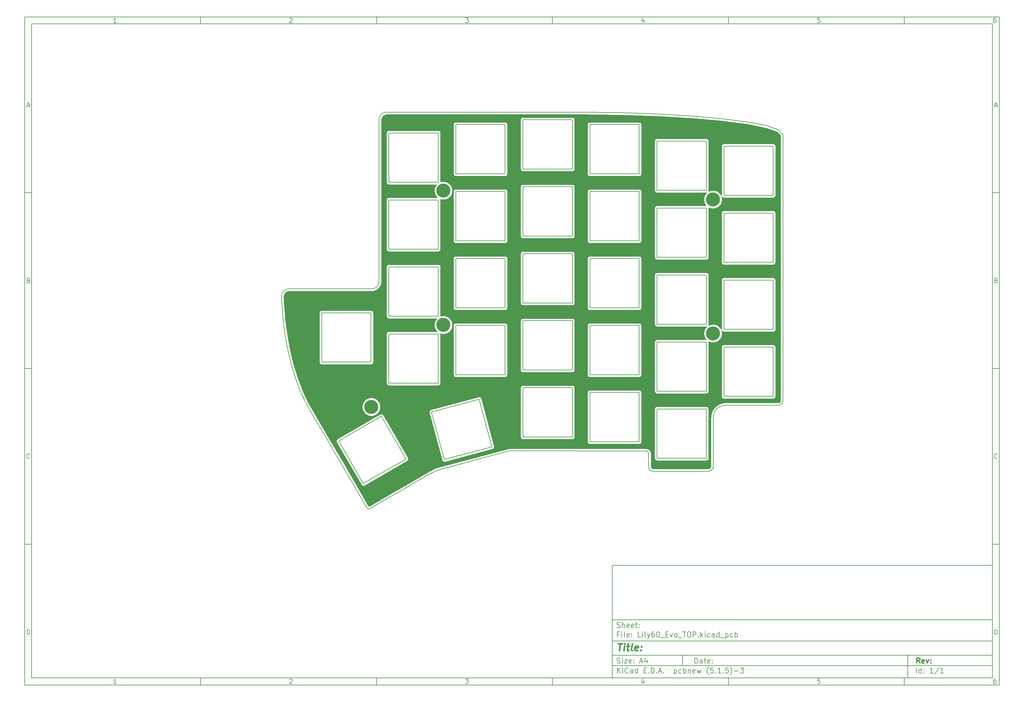
<source format=gtl>
G04 #@! TF.GenerationSoftware,KiCad,Pcbnew,(5.1.5)-3*
G04 #@! TF.CreationDate,2020-05-17T14:13:09+04:00*
G04 #@! TF.ProjectId,Lily60_Evo_TOP,4c696c79-3630-45f4-9576-6f5f544f502e,rev?*
G04 #@! TF.SameCoordinates,Original*
G04 #@! TF.FileFunction,Copper,L1,Top*
G04 #@! TF.FilePolarity,Positive*
%FSLAX46Y46*%
G04 Gerber Fmt 4.6, Leading zero omitted, Abs format (unit mm)*
G04 Created by KiCad (PCBNEW (5.1.5)-3) date 2020-05-17 14:13:09*
%MOMM*%
%LPD*%
G04 APERTURE LIST*
%ADD10C,0.100000*%
%ADD11C,0.150000*%
%ADD12C,0.300000*%
%ADD13C,0.400000*%
%ADD14C,0.200000*%
%ADD15C,4.000000*%
%ADD16C,0.254000*%
G04 APERTURE END LIST*
D10*
D11*
X177002200Y-166007200D02*
X177002200Y-198007200D01*
X285002200Y-198007200D01*
X285002200Y-166007200D01*
X177002200Y-166007200D01*
D10*
D11*
X10000000Y-10000000D02*
X10000000Y-200007200D01*
X287002200Y-200007200D01*
X287002200Y-10000000D01*
X10000000Y-10000000D01*
D10*
D11*
X12000000Y-12000000D02*
X12000000Y-198007200D01*
X285002200Y-198007200D01*
X285002200Y-12000000D01*
X12000000Y-12000000D01*
D10*
D11*
X60000000Y-12000000D02*
X60000000Y-10000000D01*
D10*
D11*
X110000000Y-12000000D02*
X110000000Y-10000000D01*
D10*
D11*
X160000000Y-12000000D02*
X160000000Y-10000000D01*
D10*
D11*
X210000000Y-12000000D02*
X210000000Y-10000000D01*
D10*
D11*
X260000000Y-12000000D02*
X260000000Y-10000000D01*
D10*
D11*
X36065476Y-11588095D02*
X35322619Y-11588095D01*
X35694047Y-11588095D02*
X35694047Y-10288095D01*
X35570238Y-10473809D01*
X35446428Y-10597619D01*
X35322619Y-10659523D01*
D10*
D11*
X85322619Y-10411904D02*
X85384523Y-10350000D01*
X85508333Y-10288095D01*
X85817857Y-10288095D01*
X85941666Y-10350000D01*
X86003571Y-10411904D01*
X86065476Y-10535714D01*
X86065476Y-10659523D01*
X86003571Y-10845238D01*
X85260714Y-11588095D01*
X86065476Y-11588095D01*
D10*
D11*
X135260714Y-10288095D02*
X136065476Y-10288095D01*
X135632142Y-10783333D01*
X135817857Y-10783333D01*
X135941666Y-10845238D01*
X136003571Y-10907142D01*
X136065476Y-11030952D01*
X136065476Y-11340476D01*
X136003571Y-11464285D01*
X135941666Y-11526190D01*
X135817857Y-11588095D01*
X135446428Y-11588095D01*
X135322619Y-11526190D01*
X135260714Y-11464285D01*
D10*
D11*
X185941666Y-10721428D02*
X185941666Y-11588095D01*
X185632142Y-10226190D02*
X185322619Y-11154761D01*
X186127380Y-11154761D01*
D10*
D11*
X236003571Y-10288095D02*
X235384523Y-10288095D01*
X235322619Y-10907142D01*
X235384523Y-10845238D01*
X235508333Y-10783333D01*
X235817857Y-10783333D01*
X235941666Y-10845238D01*
X236003571Y-10907142D01*
X236065476Y-11030952D01*
X236065476Y-11340476D01*
X236003571Y-11464285D01*
X235941666Y-11526190D01*
X235817857Y-11588095D01*
X235508333Y-11588095D01*
X235384523Y-11526190D01*
X235322619Y-11464285D01*
D10*
D11*
X285941666Y-10288095D02*
X285694047Y-10288095D01*
X285570238Y-10350000D01*
X285508333Y-10411904D01*
X285384523Y-10597619D01*
X285322619Y-10845238D01*
X285322619Y-11340476D01*
X285384523Y-11464285D01*
X285446428Y-11526190D01*
X285570238Y-11588095D01*
X285817857Y-11588095D01*
X285941666Y-11526190D01*
X286003571Y-11464285D01*
X286065476Y-11340476D01*
X286065476Y-11030952D01*
X286003571Y-10907142D01*
X285941666Y-10845238D01*
X285817857Y-10783333D01*
X285570238Y-10783333D01*
X285446428Y-10845238D01*
X285384523Y-10907142D01*
X285322619Y-11030952D01*
D10*
D11*
X60000000Y-198007200D02*
X60000000Y-200007200D01*
D10*
D11*
X110000000Y-198007200D02*
X110000000Y-200007200D01*
D10*
D11*
X160000000Y-198007200D02*
X160000000Y-200007200D01*
D10*
D11*
X210000000Y-198007200D02*
X210000000Y-200007200D01*
D10*
D11*
X260000000Y-198007200D02*
X260000000Y-200007200D01*
D10*
D11*
X36065476Y-199595295D02*
X35322619Y-199595295D01*
X35694047Y-199595295D02*
X35694047Y-198295295D01*
X35570238Y-198481009D01*
X35446428Y-198604819D01*
X35322619Y-198666723D01*
D10*
D11*
X85322619Y-198419104D02*
X85384523Y-198357200D01*
X85508333Y-198295295D01*
X85817857Y-198295295D01*
X85941666Y-198357200D01*
X86003571Y-198419104D01*
X86065476Y-198542914D01*
X86065476Y-198666723D01*
X86003571Y-198852438D01*
X85260714Y-199595295D01*
X86065476Y-199595295D01*
D10*
D11*
X135260714Y-198295295D02*
X136065476Y-198295295D01*
X135632142Y-198790533D01*
X135817857Y-198790533D01*
X135941666Y-198852438D01*
X136003571Y-198914342D01*
X136065476Y-199038152D01*
X136065476Y-199347676D01*
X136003571Y-199471485D01*
X135941666Y-199533390D01*
X135817857Y-199595295D01*
X135446428Y-199595295D01*
X135322619Y-199533390D01*
X135260714Y-199471485D01*
D10*
D11*
X185941666Y-198728628D02*
X185941666Y-199595295D01*
X185632142Y-198233390D02*
X185322619Y-199161961D01*
X186127380Y-199161961D01*
D10*
D11*
X236003571Y-198295295D02*
X235384523Y-198295295D01*
X235322619Y-198914342D01*
X235384523Y-198852438D01*
X235508333Y-198790533D01*
X235817857Y-198790533D01*
X235941666Y-198852438D01*
X236003571Y-198914342D01*
X236065476Y-199038152D01*
X236065476Y-199347676D01*
X236003571Y-199471485D01*
X235941666Y-199533390D01*
X235817857Y-199595295D01*
X235508333Y-199595295D01*
X235384523Y-199533390D01*
X235322619Y-199471485D01*
D10*
D11*
X285941666Y-198295295D02*
X285694047Y-198295295D01*
X285570238Y-198357200D01*
X285508333Y-198419104D01*
X285384523Y-198604819D01*
X285322619Y-198852438D01*
X285322619Y-199347676D01*
X285384523Y-199471485D01*
X285446428Y-199533390D01*
X285570238Y-199595295D01*
X285817857Y-199595295D01*
X285941666Y-199533390D01*
X286003571Y-199471485D01*
X286065476Y-199347676D01*
X286065476Y-199038152D01*
X286003571Y-198914342D01*
X285941666Y-198852438D01*
X285817857Y-198790533D01*
X285570238Y-198790533D01*
X285446428Y-198852438D01*
X285384523Y-198914342D01*
X285322619Y-199038152D01*
D10*
D11*
X10000000Y-60000000D02*
X12000000Y-60000000D01*
D10*
D11*
X10000000Y-110000000D02*
X12000000Y-110000000D01*
D10*
D11*
X10000000Y-160000000D02*
X12000000Y-160000000D01*
D10*
D11*
X10690476Y-35216666D02*
X11309523Y-35216666D01*
X10566666Y-35588095D02*
X11000000Y-34288095D01*
X11433333Y-35588095D01*
D10*
D11*
X11092857Y-84907142D02*
X11278571Y-84969047D01*
X11340476Y-85030952D01*
X11402380Y-85154761D01*
X11402380Y-85340476D01*
X11340476Y-85464285D01*
X11278571Y-85526190D01*
X11154761Y-85588095D01*
X10659523Y-85588095D01*
X10659523Y-84288095D01*
X11092857Y-84288095D01*
X11216666Y-84350000D01*
X11278571Y-84411904D01*
X11340476Y-84535714D01*
X11340476Y-84659523D01*
X11278571Y-84783333D01*
X11216666Y-84845238D01*
X11092857Y-84907142D01*
X10659523Y-84907142D01*
D10*
D11*
X11402380Y-135464285D02*
X11340476Y-135526190D01*
X11154761Y-135588095D01*
X11030952Y-135588095D01*
X10845238Y-135526190D01*
X10721428Y-135402380D01*
X10659523Y-135278571D01*
X10597619Y-135030952D01*
X10597619Y-134845238D01*
X10659523Y-134597619D01*
X10721428Y-134473809D01*
X10845238Y-134350000D01*
X11030952Y-134288095D01*
X11154761Y-134288095D01*
X11340476Y-134350000D01*
X11402380Y-134411904D01*
D10*
D11*
X10659523Y-185588095D02*
X10659523Y-184288095D01*
X10969047Y-184288095D01*
X11154761Y-184350000D01*
X11278571Y-184473809D01*
X11340476Y-184597619D01*
X11402380Y-184845238D01*
X11402380Y-185030952D01*
X11340476Y-185278571D01*
X11278571Y-185402380D01*
X11154761Y-185526190D01*
X10969047Y-185588095D01*
X10659523Y-185588095D01*
D10*
D11*
X287002200Y-60000000D02*
X285002200Y-60000000D01*
D10*
D11*
X287002200Y-110000000D02*
X285002200Y-110000000D01*
D10*
D11*
X287002200Y-160000000D02*
X285002200Y-160000000D01*
D10*
D11*
X285692676Y-35216666D02*
X286311723Y-35216666D01*
X285568866Y-35588095D02*
X286002200Y-34288095D01*
X286435533Y-35588095D01*
D10*
D11*
X286095057Y-84907142D02*
X286280771Y-84969047D01*
X286342676Y-85030952D01*
X286404580Y-85154761D01*
X286404580Y-85340476D01*
X286342676Y-85464285D01*
X286280771Y-85526190D01*
X286156961Y-85588095D01*
X285661723Y-85588095D01*
X285661723Y-84288095D01*
X286095057Y-84288095D01*
X286218866Y-84350000D01*
X286280771Y-84411904D01*
X286342676Y-84535714D01*
X286342676Y-84659523D01*
X286280771Y-84783333D01*
X286218866Y-84845238D01*
X286095057Y-84907142D01*
X285661723Y-84907142D01*
D10*
D11*
X286404580Y-135464285D02*
X286342676Y-135526190D01*
X286156961Y-135588095D01*
X286033152Y-135588095D01*
X285847438Y-135526190D01*
X285723628Y-135402380D01*
X285661723Y-135278571D01*
X285599819Y-135030952D01*
X285599819Y-134845238D01*
X285661723Y-134597619D01*
X285723628Y-134473809D01*
X285847438Y-134350000D01*
X286033152Y-134288095D01*
X286156961Y-134288095D01*
X286342676Y-134350000D01*
X286404580Y-134411904D01*
D10*
D11*
X285661723Y-185588095D02*
X285661723Y-184288095D01*
X285971247Y-184288095D01*
X286156961Y-184350000D01*
X286280771Y-184473809D01*
X286342676Y-184597619D01*
X286404580Y-184845238D01*
X286404580Y-185030952D01*
X286342676Y-185278571D01*
X286280771Y-185402380D01*
X286156961Y-185526190D01*
X285971247Y-185588095D01*
X285661723Y-185588095D01*
D10*
D11*
X200434342Y-193785771D02*
X200434342Y-192285771D01*
X200791485Y-192285771D01*
X201005771Y-192357200D01*
X201148628Y-192500057D01*
X201220057Y-192642914D01*
X201291485Y-192928628D01*
X201291485Y-193142914D01*
X201220057Y-193428628D01*
X201148628Y-193571485D01*
X201005771Y-193714342D01*
X200791485Y-193785771D01*
X200434342Y-193785771D01*
X202577200Y-193785771D02*
X202577200Y-193000057D01*
X202505771Y-192857200D01*
X202362914Y-192785771D01*
X202077200Y-192785771D01*
X201934342Y-192857200D01*
X202577200Y-193714342D02*
X202434342Y-193785771D01*
X202077200Y-193785771D01*
X201934342Y-193714342D01*
X201862914Y-193571485D01*
X201862914Y-193428628D01*
X201934342Y-193285771D01*
X202077200Y-193214342D01*
X202434342Y-193214342D01*
X202577200Y-193142914D01*
X203077200Y-192785771D02*
X203648628Y-192785771D01*
X203291485Y-192285771D02*
X203291485Y-193571485D01*
X203362914Y-193714342D01*
X203505771Y-193785771D01*
X203648628Y-193785771D01*
X204720057Y-193714342D02*
X204577200Y-193785771D01*
X204291485Y-193785771D01*
X204148628Y-193714342D01*
X204077200Y-193571485D01*
X204077200Y-193000057D01*
X204148628Y-192857200D01*
X204291485Y-192785771D01*
X204577200Y-192785771D01*
X204720057Y-192857200D01*
X204791485Y-193000057D01*
X204791485Y-193142914D01*
X204077200Y-193285771D01*
X205434342Y-193642914D02*
X205505771Y-193714342D01*
X205434342Y-193785771D01*
X205362914Y-193714342D01*
X205434342Y-193642914D01*
X205434342Y-193785771D01*
X205434342Y-192857200D02*
X205505771Y-192928628D01*
X205434342Y-193000057D01*
X205362914Y-192928628D01*
X205434342Y-192857200D01*
X205434342Y-193000057D01*
D10*
D11*
X177002200Y-194507200D02*
X285002200Y-194507200D01*
D10*
D11*
X178434342Y-196585771D02*
X178434342Y-195085771D01*
X179291485Y-196585771D02*
X178648628Y-195728628D01*
X179291485Y-195085771D02*
X178434342Y-195942914D01*
X179934342Y-196585771D02*
X179934342Y-195585771D01*
X179934342Y-195085771D02*
X179862914Y-195157200D01*
X179934342Y-195228628D01*
X180005771Y-195157200D01*
X179934342Y-195085771D01*
X179934342Y-195228628D01*
X181505771Y-196442914D02*
X181434342Y-196514342D01*
X181220057Y-196585771D01*
X181077200Y-196585771D01*
X180862914Y-196514342D01*
X180720057Y-196371485D01*
X180648628Y-196228628D01*
X180577200Y-195942914D01*
X180577200Y-195728628D01*
X180648628Y-195442914D01*
X180720057Y-195300057D01*
X180862914Y-195157200D01*
X181077200Y-195085771D01*
X181220057Y-195085771D01*
X181434342Y-195157200D01*
X181505771Y-195228628D01*
X182791485Y-196585771D02*
X182791485Y-195800057D01*
X182720057Y-195657200D01*
X182577200Y-195585771D01*
X182291485Y-195585771D01*
X182148628Y-195657200D01*
X182791485Y-196514342D02*
X182648628Y-196585771D01*
X182291485Y-196585771D01*
X182148628Y-196514342D01*
X182077200Y-196371485D01*
X182077200Y-196228628D01*
X182148628Y-196085771D01*
X182291485Y-196014342D01*
X182648628Y-196014342D01*
X182791485Y-195942914D01*
X184148628Y-196585771D02*
X184148628Y-195085771D01*
X184148628Y-196514342D02*
X184005771Y-196585771D01*
X183720057Y-196585771D01*
X183577200Y-196514342D01*
X183505771Y-196442914D01*
X183434342Y-196300057D01*
X183434342Y-195871485D01*
X183505771Y-195728628D01*
X183577200Y-195657200D01*
X183720057Y-195585771D01*
X184005771Y-195585771D01*
X184148628Y-195657200D01*
X186005771Y-195800057D02*
X186505771Y-195800057D01*
X186720057Y-196585771D02*
X186005771Y-196585771D01*
X186005771Y-195085771D01*
X186720057Y-195085771D01*
X187362914Y-196442914D02*
X187434342Y-196514342D01*
X187362914Y-196585771D01*
X187291485Y-196514342D01*
X187362914Y-196442914D01*
X187362914Y-196585771D01*
X188077200Y-196585771D02*
X188077200Y-195085771D01*
X188434342Y-195085771D01*
X188648628Y-195157200D01*
X188791485Y-195300057D01*
X188862914Y-195442914D01*
X188934342Y-195728628D01*
X188934342Y-195942914D01*
X188862914Y-196228628D01*
X188791485Y-196371485D01*
X188648628Y-196514342D01*
X188434342Y-196585771D01*
X188077200Y-196585771D01*
X189577200Y-196442914D02*
X189648628Y-196514342D01*
X189577200Y-196585771D01*
X189505771Y-196514342D01*
X189577200Y-196442914D01*
X189577200Y-196585771D01*
X190220057Y-196157200D02*
X190934342Y-196157200D01*
X190077200Y-196585771D02*
X190577200Y-195085771D01*
X191077200Y-196585771D01*
X191577200Y-196442914D02*
X191648628Y-196514342D01*
X191577200Y-196585771D01*
X191505771Y-196514342D01*
X191577200Y-196442914D01*
X191577200Y-196585771D01*
X194577200Y-195585771D02*
X194577200Y-197085771D01*
X194577200Y-195657200D02*
X194720057Y-195585771D01*
X195005771Y-195585771D01*
X195148628Y-195657200D01*
X195220057Y-195728628D01*
X195291485Y-195871485D01*
X195291485Y-196300057D01*
X195220057Y-196442914D01*
X195148628Y-196514342D01*
X195005771Y-196585771D01*
X194720057Y-196585771D01*
X194577200Y-196514342D01*
X196577200Y-196514342D02*
X196434342Y-196585771D01*
X196148628Y-196585771D01*
X196005771Y-196514342D01*
X195934342Y-196442914D01*
X195862914Y-196300057D01*
X195862914Y-195871485D01*
X195934342Y-195728628D01*
X196005771Y-195657200D01*
X196148628Y-195585771D01*
X196434342Y-195585771D01*
X196577200Y-195657200D01*
X197220057Y-196585771D02*
X197220057Y-195085771D01*
X197220057Y-195657200D02*
X197362914Y-195585771D01*
X197648628Y-195585771D01*
X197791485Y-195657200D01*
X197862914Y-195728628D01*
X197934342Y-195871485D01*
X197934342Y-196300057D01*
X197862914Y-196442914D01*
X197791485Y-196514342D01*
X197648628Y-196585771D01*
X197362914Y-196585771D01*
X197220057Y-196514342D01*
X198577200Y-195585771D02*
X198577200Y-196585771D01*
X198577200Y-195728628D02*
X198648628Y-195657200D01*
X198791485Y-195585771D01*
X199005771Y-195585771D01*
X199148628Y-195657200D01*
X199220057Y-195800057D01*
X199220057Y-196585771D01*
X200505771Y-196514342D02*
X200362914Y-196585771D01*
X200077200Y-196585771D01*
X199934342Y-196514342D01*
X199862914Y-196371485D01*
X199862914Y-195800057D01*
X199934342Y-195657200D01*
X200077200Y-195585771D01*
X200362914Y-195585771D01*
X200505771Y-195657200D01*
X200577200Y-195800057D01*
X200577200Y-195942914D01*
X199862914Y-196085771D01*
X201077200Y-195585771D02*
X201362914Y-196585771D01*
X201648628Y-195871485D01*
X201934342Y-196585771D01*
X202220057Y-195585771D01*
X204362914Y-197157200D02*
X204291485Y-197085771D01*
X204148628Y-196871485D01*
X204077200Y-196728628D01*
X204005771Y-196514342D01*
X203934342Y-196157200D01*
X203934342Y-195871485D01*
X204005771Y-195514342D01*
X204077200Y-195300057D01*
X204148628Y-195157200D01*
X204291485Y-194942914D01*
X204362914Y-194871485D01*
X205648628Y-195085771D02*
X204934342Y-195085771D01*
X204862914Y-195800057D01*
X204934342Y-195728628D01*
X205077200Y-195657200D01*
X205434342Y-195657200D01*
X205577200Y-195728628D01*
X205648628Y-195800057D01*
X205720057Y-195942914D01*
X205720057Y-196300057D01*
X205648628Y-196442914D01*
X205577200Y-196514342D01*
X205434342Y-196585771D01*
X205077200Y-196585771D01*
X204934342Y-196514342D01*
X204862914Y-196442914D01*
X206362914Y-196442914D02*
X206434342Y-196514342D01*
X206362914Y-196585771D01*
X206291485Y-196514342D01*
X206362914Y-196442914D01*
X206362914Y-196585771D01*
X207862914Y-196585771D02*
X207005771Y-196585771D01*
X207434342Y-196585771D02*
X207434342Y-195085771D01*
X207291485Y-195300057D01*
X207148628Y-195442914D01*
X207005771Y-195514342D01*
X208505771Y-196442914D02*
X208577200Y-196514342D01*
X208505771Y-196585771D01*
X208434342Y-196514342D01*
X208505771Y-196442914D01*
X208505771Y-196585771D01*
X209934342Y-195085771D02*
X209220057Y-195085771D01*
X209148628Y-195800057D01*
X209220057Y-195728628D01*
X209362914Y-195657200D01*
X209720057Y-195657200D01*
X209862914Y-195728628D01*
X209934342Y-195800057D01*
X210005771Y-195942914D01*
X210005771Y-196300057D01*
X209934342Y-196442914D01*
X209862914Y-196514342D01*
X209720057Y-196585771D01*
X209362914Y-196585771D01*
X209220057Y-196514342D01*
X209148628Y-196442914D01*
X210505771Y-197157200D02*
X210577200Y-197085771D01*
X210720057Y-196871485D01*
X210791485Y-196728628D01*
X210862914Y-196514342D01*
X210934342Y-196157200D01*
X210934342Y-195871485D01*
X210862914Y-195514342D01*
X210791485Y-195300057D01*
X210720057Y-195157200D01*
X210577200Y-194942914D01*
X210505771Y-194871485D01*
X211648628Y-196014342D02*
X212791485Y-196014342D01*
X213362914Y-195085771D02*
X214291485Y-195085771D01*
X213791485Y-195657200D01*
X214005771Y-195657200D01*
X214148628Y-195728628D01*
X214220057Y-195800057D01*
X214291485Y-195942914D01*
X214291485Y-196300057D01*
X214220057Y-196442914D01*
X214148628Y-196514342D01*
X214005771Y-196585771D01*
X213577200Y-196585771D01*
X213434342Y-196514342D01*
X213362914Y-196442914D01*
D10*
D11*
X177002200Y-191507200D02*
X285002200Y-191507200D01*
D10*
D12*
X264411485Y-193785771D02*
X263911485Y-193071485D01*
X263554342Y-193785771D02*
X263554342Y-192285771D01*
X264125771Y-192285771D01*
X264268628Y-192357200D01*
X264340057Y-192428628D01*
X264411485Y-192571485D01*
X264411485Y-192785771D01*
X264340057Y-192928628D01*
X264268628Y-193000057D01*
X264125771Y-193071485D01*
X263554342Y-193071485D01*
X265625771Y-193714342D02*
X265482914Y-193785771D01*
X265197200Y-193785771D01*
X265054342Y-193714342D01*
X264982914Y-193571485D01*
X264982914Y-193000057D01*
X265054342Y-192857200D01*
X265197200Y-192785771D01*
X265482914Y-192785771D01*
X265625771Y-192857200D01*
X265697200Y-193000057D01*
X265697200Y-193142914D01*
X264982914Y-193285771D01*
X266197200Y-192785771D02*
X266554342Y-193785771D01*
X266911485Y-192785771D01*
X267482914Y-193642914D02*
X267554342Y-193714342D01*
X267482914Y-193785771D01*
X267411485Y-193714342D01*
X267482914Y-193642914D01*
X267482914Y-193785771D01*
X267482914Y-192857200D02*
X267554342Y-192928628D01*
X267482914Y-193000057D01*
X267411485Y-192928628D01*
X267482914Y-192857200D01*
X267482914Y-193000057D01*
D10*
D11*
X178362914Y-193714342D02*
X178577200Y-193785771D01*
X178934342Y-193785771D01*
X179077200Y-193714342D01*
X179148628Y-193642914D01*
X179220057Y-193500057D01*
X179220057Y-193357200D01*
X179148628Y-193214342D01*
X179077200Y-193142914D01*
X178934342Y-193071485D01*
X178648628Y-193000057D01*
X178505771Y-192928628D01*
X178434342Y-192857200D01*
X178362914Y-192714342D01*
X178362914Y-192571485D01*
X178434342Y-192428628D01*
X178505771Y-192357200D01*
X178648628Y-192285771D01*
X179005771Y-192285771D01*
X179220057Y-192357200D01*
X179862914Y-193785771D02*
X179862914Y-192785771D01*
X179862914Y-192285771D02*
X179791485Y-192357200D01*
X179862914Y-192428628D01*
X179934342Y-192357200D01*
X179862914Y-192285771D01*
X179862914Y-192428628D01*
X180434342Y-192785771D02*
X181220057Y-192785771D01*
X180434342Y-193785771D01*
X181220057Y-193785771D01*
X182362914Y-193714342D02*
X182220057Y-193785771D01*
X181934342Y-193785771D01*
X181791485Y-193714342D01*
X181720057Y-193571485D01*
X181720057Y-193000057D01*
X181791485Y-192857200D01*
X181934342Y-192785771D01*
X182220057Y-192785771D01*
X182362914Y-192857200D01*
X182434342Y-193000057D01*
X182434342Y-193142914D01*
X181720057Y-193285771D01*
X183077200Y-193642914D02*
X183148628Y-193714342D01*
X183077200Y-193785771D01*
X183005771Y-193714342D01*
X183077200Y-193642914D01*
X183077200Y-193785771D01*
X183077200Y-192857200D02*
X183148628Y-192928628D01*
X183077200Y-193000057D01*
X183005771Y-192928628D01*
X183077200Y-192857200D01*
X183077200Y-193000057D01*
X184862914Y-193357200D02*
X185577200Y-193357200D01*
X184720057Y-193785771D02*
X185220057Y-192285771D01*
X185720057Y-193785771D01*
X186862914Y-192785771D02*
X186862914Y-193785771D01*
X186505771Y-192214342D02*
X186148628Y-193285771D01*
X187077200Y-193285771D01*
D10*
D11*
X263434342Y-196585771D02*
X263434342Y-195085771D01*
X264791485Y-196585771D02*
X264791485Y-195085771D01*
X264791485Y-196514342D02*
X264648628Y-196585771D01*
X264362914Y-196585771D01*
X264220057Y-196514342D01*
X264148628Y-196442914D01*
X264077200Y-196300057D01*
X264077200Y-195871485D01*
X264148628Y-195728628D01*
X264220057Y-195657200D01*
X264362914Y-195585771D01*
X264648628Y-195585771D01*
X264791485Y-195657200D01*
X265505771Y-196442914D02*
X265577200Y-196514342D01*
X265505771Y-196585771D01*
X265434342Y-196514342D01*
X265505771Y-196442914D01*
X265505771Y-196585771D01*
X265505771Y-195657200D02*
X265577200Y-195728628D01*
X265505771Y-195800057D01*
X265434342Y-195728628D01*
X265505771Y-195657200D01*
X265505771Y-195800057D01*
X268148628Y-196585771D02*
X267291485Y-196585771D01*
X267720057Y-196585771D02*
X267720057Y-195085771D01*
X267577200Y-195300057D01*
X267434342Y-195442914D01*
X267291485Y-195514342D01*
X269862914Y-195014342D02*
X268577200Y-196942914D01*
X271148628Y-196585771D02*
X270291485Y-196585771D01*
X270720057Y-196585771D02*
X270720057Y-195085771D01*
X270577200Y-195300057D01*
X270434342Y-195442914D01*
X270291485Y-195514342D01*
D10*
D11*
X177002200Y-187507200D02*
X285002200Y-187507200D01*
D10*
D13*
X178714580Y-188211961D02*
X179857438Y-188211961D01*
X179036009Y-190211961D02*
X179286009Y-188211961D01*
X180274104Y-190211961D02*
X180440771Y-188878628D01*
X180524104Y-188211961D02*
X180416961Y-188307200D01*
X180500295Y-188402438D01*
X180607438Y-188307200D01*
X180524104Y-188211961D01*
X180500295Y-188402438D01*
X181107438Y-188878628D02*
X181869342Y-188878628D01*
X181476485Y-188211961D02*
X181262200Y-189926247D01*
X181333628Y-190116723D01*
X181512200Y-190211961D01*
X181702676Y-190211961D01*
X182655057Y-190211961D02*
X182476485Y-190116723D01*
X182405057Y-189926247D01*
X182619342Y-188211961D01*
X184190771Y-190116723D02*
X183988390Y-190211961D01*
X183607438Y-190211961D01*
X183428866Y-190116723D01*
X183357438Y-189926247D01*
X183452676Y-189164342D01*
X183571723Y-188973866D01*
X183774104Y-188878628D01*
X184155057Y-188878628D01*
X184333628Y-188973866D01*
X184405057Y-189164342D01*
X184381247Y-189354819D01*
X183405057Y-189545295D01*
X185155057Y-190021485D02*
X185238390Y-190116723D01*
X185131247Y-190211961D01*
X185047914Y-190116723D01*
X185155057Y-190021485D01*
X185131247Y-190211961D01*
X185286009Y-188973866D02*
X185369342Y-189069104D01*
X185262200Y-189164342D01*
X185178866Y-189069104D01*
X185286009Y-188973866D01*
X185262200Y-189164342D01*
D10*
D11*
X178934342Y-185600057D02*
X178434342Y-185600057D01*
X178434342Y-186385771D02*
X178434342Y-184885771D01*
X179148628Y-184885771D01*
X179720057Y-186385771D02*
X179720057Y-185385771D01*
X179720057Y-184885771D02*
X179648628Y-184957200D01*
X179720057Y-185028628D01*
X179791485Y-184957200D01*
X179720057Y-184885771D01*
X179720057Y-185028628D01*
X180648628Y-186385771D02*
X180505771Y-186314342D01*
X180434342Y-186171485D01*
X180434342Y-184885771D01*
X181791485Y-186314342D02*
X181648628Y-186385771D01*
X181362914Y-186385771D01*
X181220057Y-186314342D01*
X181148628Y-186171485D01*
X181148628Y-185600057D01*
X181220057Y-185457200D01*
X181362914Y-185385771D01*
X181648628Y-185385771D01*
X181791485Y-185457200D01*
X181862914Y-185600057D01*
X181862914Y-185742914D01*
X181148628Y-185885771D01*
X182505771Y-186242914D02*
X182577200Y-186314342D01*
X182505771Y-186385771D01*
X182434342Y-186314342D01*
X182505771Y-186242914D01*
X182505771Y-186385771D01*
X182505771Y-185457200D02*
X182577200Y-185528628D01*
X182505771Y-185600057D01*
X182434342Y-185528628D01*
X182505771Y-185457200D01*
X182505771Y-185600057D01*
X185077200Y-186385771D02*
X184362914Y-186385771D01*
X184362914Y-184885771D01*
X185577200Y-186385771D02*
X185577200Y-185385771D01*
X185577200Y-184885771D02*
X185505771Y-184957200D01*
X185577200Y-185028628D01*
X185648628Y-184957200D01*
X185577200Y-184885771D01*
X185577200Y-185028628D01*
X186505771Y-186385771D02*
X186362914Y-186314342D01*
X186291485Y-186171485D01*
X186291485Y-184885771D01*
X186934342Y-185385771D02*
X187291485Y-186385771D01*
X187648628Y-185385771D02*
X187291485Y-186385771D01*
X187148628Y-186742914D01*
X187077200Y-186814342D01*
X186934342Y-186885771D01*
X188862914Y-184885771D02*
X188577200Y-184885771D01*
X188434342Y-184957200D01*
X188362914Y-185028628D01*
X188220057Y-185242914D01*
X188148628Y-185528628D01*
X188148628Y-186100057D01*
X188220057Y-186242914D01*
X188291485Y-186314342D01*
X188434342Y-186385771D01*
X188720057Y-186385771D01*
X188862914Y-186314342D01*
X188934342Y-186242914D01*
X189005771Y-186100057D01*
X189005771Y-185742914D01*
X188934342Y-185600057D01*
X188862914Y-185528628D01*
X188720057Y-185457200D01*
X188434342Y-185457200D01*
X188291485Y-185528628D01*
X188220057Y-185600057D01*
X188148628Y-185742914D01*
X189934342Y-184885771D02*
X190077200Y-184885771D01*
X190220057Y-184957200D01*
X190291485Y-185028628D01*
X190362914Y-185171485D01*
X190434342Y-185457200D01*
X190434342Y-185814342D01*
X190362914Y-186100057D01*
X190291485Y-186242914D01*
X190220057Y-186314342D01*
X190077200Y-186385771D01*
X189934342Y-186385771D01*
X189791485Y-186314342D01*
X189720057Y-186242914D01*
X189648628Y-186100057D01*
X189577200Y-185814342D01*
X189577200Y-185457200D01*
X189648628Y-185171485D01*
X189720057Y-185028628D01*
X189791485Y-184957200D01*
X189934342Y-184885771D01*
X190720057Y-186528628D02*
X191862914Y-186528628D01*
X192220057Y-185600057D02*
X192720057Y-185600057D01*
X192934342Y-186385771D02*
X192220057Y-186385771D01*
X192220057Y-184885771D01*
X192934342Y-184885771D01*
X193434342Y-185385771D02*
X193791485Y-186385771D01*
X194148628Y-185385771D01*
X194934342Y-186385771D02*
X194791485Y-186314342D01*
X194720057Y-186242914D01*
X194648628Y-186100057D01*
X194648628Y-185671485D01*
X194720057Y-185528628D01*
X194791485Y-185457200D01*
X194934342Y-185385771D01*
X195148628Y-185385771D01*
X195291485Y-185457200D01*
X195362914Y-185528628D01*
X195434342Y-185671485D01*
X195434342Y-186100057D01*
X195362914Y-186242914D01*
X195291485Y-186314342D01*
X195148628Y-186385771D01*
X194934342Y-186385771D01*
X195720057Y-186528628D02*
X196862914Y-186528628D01*
X197005771Y-184885771D02*
X197862914Y-184885771D01*
X197434342Y-186385771D02*
X197434342Y-184885771D01*
X198648628Y-184885771D02*
X198934342Y-184885771D01*
X199077200Y-184957200D01*
X199220057Y-185100057D01*
X199291485Y-185385771D01*
X199291485Y-185885771D01*
X199220057Y-186171485D01*
X199077200Y-186314342D01*
X198934342Y-186385771D01*
X198648628Y-186385771D01*
X198505771Y-186314342D01*
X198362914Y-186171485D01*
X198291485Y-185885771D01*
X198291485Y-185385771D01*
X198362914Y-185100057D01*
X198505771Y-184957200D01*
X198648628Y-184885771D01*
X199934342Y-186385771D02*
X199934342Y-184885771D01*
X200505771Y-184885771D01*
X200648628Y-184957200D01*
X200720057Y-185028628D01*
X200791485Y-185171485D01*
X200791485Y-185385771D01*
X200720057Y-185528628D01*
X200648628Y-185600057D01*
X200505771Y-185671485D01*
X199934342Y-185671485D01*
X201434342Y-186242914D02*
X201505771Y-186314342D01*
X201434342Y-186385771D01*
X201362914Y-186314342D01*
X201434342Y-186242914D01*
X201434342Y-186385771D01*
X202148628Y-186385771D02*
X202148628Y-184885771D01*
X202291485Y-185814342D02*
X202720057Y-186385771D01*
X202720057Y-185385771D02*
X202148628Y-185957200D01*
X203362914Y-186385771D02*
X203362914Y-185385771D01*
X203362914Y-184885771D02*
X203291485Y-184957200D01*
X203362914Y-185028628D01*
X203434342Y-184957200D01*
X203362914Y-184885771D01*
X203362914Y-185028628D01*
X204720057Y-186314342D02*
X204577200Y-186385771D01*
X204291485Y-186385771D01*
X204148628Y-186314342D01*
X204077200Y-186242914D01*
X204005771Y-186100057D01*
X204005771Y-185671485D01*
X204077200Y-185528628D01*
X204148628Y-185457200D01*
X204291485Y-185385771D01*
X204577200Y-185385771D01*
X204720057Y-185457200D01*
X206005771Y-186385771D02*
X206005771Y-185600057D01*
X205934342Y-185457200D01*
X205791485Y-185385771D01*
X205505771Y-185385771D01*
X205362914Y-185457200D01*
X206005771Y-186314342D02*
X205862914Y-186385771D01*
X205505771Y-186385771D01*
X205362914Y-186314342D01*
X205291485Y-186171485D01*
X205291485Y-186028628D01*
X205362914Y-185885771D01*
X205505771Y-185814342D01*
X205862914Y-185814342D01*
X206005771Y-185742914D01*
X207362914Y-186385771D02*
X207362914Y-184885771D01*
X207362914Y-186314342D02*
X207220057Y-186385771D01*
X206934342Y-186385771D01*
X206791485Y-186314342D01*
X206720057Y-186242914D01*
X206648628Y-186100057D01*
X206648628Y-185671485D01*
X206720057Y-185528628D01*
X206791485Y-185457200D01*
X206934342Y-185385771D01*
X207220057Y-185385771D01*
X207362914Y-185457200D01*
X207720057Y-186528628D02*
X208862914Y-186528628D01*
X209220057Y-185385771D02*
X209220057Y-186885771D01*
X209220057Y-185457200D02*
X209362914Y-185385771D01*
X209648628Y-185385771D01*
X209791485Y-185457200D01*
X209862914Y-185528628D01*
X209934342Y-185671485D01*
X209934342Y-186100057D01*
X209862914Y-186242914D01*
X209791485Y-186314342D01*
X209648628Y-186385771D01*
X209362914Y-186385771D01*
X209220057Y-186314342D01*
X211220057Y-186314342D02*
X211077200Y-186385771D01*
X210791485Y-186385771D01*
X210648628Y-186314342D01*
X210577200Y-186242914D01*
X210505771Y-186100057D01*
X210505771Y-185671485D01*
X210577200Y-185528628D01*
X210648628Y-185457200D01*
X210791485Y-185385771D01*
X211077200Y-185385771D01*
X211220057Y-185457200D01*
X211862914Y-186385771D02*
X211862914Y-184885771D01*
X211862914Y-185457200D02*
X212005771Y-185385771D01*
X212291485Y-185385771D01*
X212434342Y-185457200D01*
X212505771Y-185528628D01*
X212577200Y-185671485D01*
X212577200Y-186100057D01*
X212505771Y-186242914D01*
X212434342Y-186314342D01*
X212291485Y-186385771D01*
X212005771Y-186385771D01*
X211862914Y-186314342D01*
D10*
D11*
X177002200Y-181507200D02*
X285002200Y-181507200D01*
D10*
D11*
X178362914Y-183614342D02*
X178577200Y-183685771D01*
X178934342Y-183685771D01*
X179077200Y-183614342D01*
X179148628Y-183542914D01*
X179220057Y-183400057D01*
X179220057Y-183257200D01*
X179148628Y-183114342D01*
X179077200Y-183042914D01*
X178934342Y-182971485D01*
X178648628Y-182900057D01*
X178505771Y-182828628D01*
X178434342Y-182757200D01*
X178362914Y-182614342D01*
X178362914Y-182471485D01*
X178434342Y-182328628D01*
X178505771Y-182257200D01*
X178648628Y-182185771D01*
X179005771Y-182185771D01*
X179220057Y-182257200D01*
X179862914Y-183685771D02*
X179862914Y-182185771D01*
X180505771Y-183685771D02*
X180505771Y-182900057D01*
X180434342Y-182757200D01*
X180291485Y-182685771D01*
X180077200Y-182685771D01*
X179934342Y-182757200D01*
X179862914Y-182828628D01*
X181791485Y-183614342D02*
X181648628Y-183685771D01*
X181362914Y-183685771D01*
X181220057Y-183614342D01*
X181148628Y-183471485D01*
X181148628Y-182900057D01*
X181220057Y-182757200D01*
X181362914Y-182685771D01*
X181648628Y-182685771D01*
X181791485Y-182757200D01*
X181862914Y-182900057D01*
X181862914Y-183042914D01*
X181148628Y-183185771D01*
X183077200Y-183614342D02*
X182934342Y-183685771D01*
X182648628Y-183685771D01*
X182505771Y-183614342D01*
X182434342Y-183471485D01*
X182434342Y-182900057D01*
X182505771Y-182757200D01*
X182648628Y-182685771D01*
X182934342Y-182685771D01*
X183077200Y-182757200D01*
X183148628Y-182900057D01*
X183148628Y-183042914D01*
X182434342Y-183185771D01*
X183577200Y-182685771D02*
X184148628Y-182685771D01*
X183791485Y-182185771D02*
X183791485Y-183471485D01*
X183862914Y-183614342D01*
X184005771Y-183685771D01*
X184148628Y-183685771D01*
X184648628Y-183542914D02*
X184720057Y-183614342D01*
X184648628Y-183685771D01*
X184577200Y-183614342D01*
X184648628Y-183542914D01*
X184648628Y-183685771D01*
X184648628Y-182757200D02*
X184720057Y-182828628D01*
X184648628Y-182900057D01*
X184577200Y-182828628D01*
X184648628Y-182757200D01*
X184648628Y-182900057D01*
D10*
D11*
X197002200Y-191507200D02*
X197002200Y-194507200D01*
D10*
D11*
X261002200Y-191507200D02*
X261002200Y-198007200D01*
D14*
X225472504Y-118955447D02*
X225467057Y-119232943D01*
X225467057Y-119232943D02*
X225379721Y-119514599D01*
X225241505Y-119769408D02*
X225058417Y-119991360D01*
X225058417Y-119991360D02*
X224836464Y-120174449D01*
X225379721Y-119514599D02*
X225241505Y-119769408D01*
X224836464Y-120174449D02*
X224581656Y-120312665D01*
X224581656Y-120312665D02*
X224300000Y-120400000D01*
X209200000Y-120400000D02*
X224300000Y-120400000D01*
X205700000Y-123900000D02*
X205771043Y-123194176D01*
X207242425Y-120997330D02*
X207836978Y-120674826D01*
X205771043Y-123194176D02*
X205974826Y-122536978D01*
X208494176Y-120471043D02*
X209200000Y-120400000D01*
X205974826Y-122536978D02*
X206297330Y-121942425D01*
X206724536Y-121424536D02*
X207242425Y-120997330D01*
X207836978Y-120674826D02*
X208494176Y-120471043D01*
X206297330Y-121942425D02*
X206724536Y-121424536D01*
X205260913Y-138760913D02*
X205038961Y-138944001D01*
X205700000Y-137722394D02*
X205669553Y-138002496D01*
X205669553Y-138002496D02*
X205582217Y-138284152D01*
X205444001Y-138538960D02*
X205260913Y-138760913D01*
X205582217Y-138284152D02*
X205444001Y-138538960D01*
X205038961Y-138944001D02*
X204784152Y-139082217D01*
X204784152Y-139082217D02*
X204502496Y-139169553D01*
X205700000Y-123900000D02*
X205700000Y-137722394D01*
X204502496Y-139169553D02*
X204200000Y-139200000D01*
X106241750Y-142715431D02*
X99241752Y-130591074D01*
X118366106Y-135715431D02*
X106241750Y-142715431D01*
X111366105Y-123591077D02*
X118366106Y-135715431D01*
X99241752Y-130591074D02*
X111366105Y-123591077D01*
X129249637Y-135874873D02*
X125626172Y-122351912D01*
X142772599Y-132251408D02*
X129249637Y-135874873D01*
X139149132Y-118728447D02*
X142772599Y-132251408D01*
X125626172Y-122351912D02*
X139149132Y-118728447D01*
X208700000Y-117900000D02*
X208700000Y-103900000D01*
X222700000Y-117900000D02*
X208700000Y-117900000D01*
X222700000Y-103900000D02*
X222700000Y-117900000D01*
X208700000Y-103900000D02*
X222700000Y-103900000D01*
X208700000Y-98850000D02*
X208700000Y-84850000D01*
X222700000Y-98850000D02*
X208700000Y-98850000D01*
X222700000Y-84850000D02*
X222700000Y-98850000D01*
X208700000Y-84850000D02*
X222700000Y-84850000D01*
X208700000Y-79800000D02*
X208700000Y-65800000D01*
X222700000Y-79800000D02*
X208700000Y-79800000D01*
X222700000Y-65800000D02*
X222700000Y-79800000D01*
X208700000Y-65800000D02*
X222700000Y-65800000D01*
X208700000Y-60750000D02*
X208700000Y-46750000D01*
X222700000Y-60750000D02*
X208700000Y-60750000D01*
X222700000Y-46750000D02*
X222700000Y-60750000D01*
X208700000Y-46750000D02*
X222700000Y-46750000D01*
X189700000Y-135500000D02*
X189700000Y-121500000D01*
X203700000Y-135500000D02*
X189700000Y-135500000D01*
X203700000Y-121500000D02*
X203700000Y-135500000D01*
X189700000Y-121500000D02*
X203700000Y-121500000D01*
X189700000Y-116450000D02*
X189700000Y-102450000D01*
X203700000Y-116450000D02*
X189700000Y-116450000D01*
X203700000Y-102450000D02*
X203700000Y-116450000D01*
X189700000Y-102450000D02*
X203700000Y-102450000D01*
X189700000Y-97400000D02*
X189700000Y-83400000D01*
X203700000Y-97400000D02*
X189700000Y-97400000D01*
X203700000Y-83400000D02*
X203700000Y-97400000D01*
X189700000Y-83400000D02*
X203700000Y-83400000D01*
X189700000Y-78350000D02*
X189700000Y-64350000D01*
X203700000Y-78350000D02*
X189700000Y-78350000D01*
X203700000Y-64350000D02*
X203700000Y-78350000D01*
X189700000Y-64350000D02*
X203700000Y-64350000D01*
X189700000Y-59300000D02*
X189700000Y-45300000D01*
X203700000Y-59300000D02*
X189700000Y-59300000D01*
X203700000Y-45300000D02*
X203700000Y-59300000D01*
X189700000Y-45300000D02*
X203700000Y-45300000D01*
X170600000Y-130800000D02*
X170600000Y-116800000D01*
X184600000Y-130800000D02*
X170600000Y-130800000D01*
X184600000Y-116800000D02*
X184600000Y-130800000D01*
X170600000Y-116800000D02*
X184600000Y-116800000D01*
X170600000Y-111750000D02*
X170600000Y-97750000D01*
X184600000Y-111750000D02*
X170600000Y-111750000D01*
X184600000Y-97750000D02*
X184600000Y-111750000D01*
X170600000Y-97750000D02*
X184600000Y-97750000D01*
X170600000Y-92700000D02*
X170600000Y-78700000D01*
X184600000Y-92700000D02*
X170600000Y-92700000D01*
X184600000Y-78700000D02*
X184600000Y-92700000D01*
X170600000Y-78700000D02*
X184600000Y-78700000D01*
X170600000Y-73650000D02*
X170600000Y-59650000D01*
X184600000Y-73650000D02*
X170600000Y-73650000D01*
X184600000Y-59650000D02*
X184600000Y-73650000D01*
X170600000Y-59650000D02*
X184600000Y-59650000D01*
X170600000Y-54600000D02*
X170600000Y-40600000D01*
X184600000Y-54600000D02*
X170600000Y-54600000D01*
X184600000Y-40600000D02*
X184600000Y-54600000D01*
X170600000Y-40600000D02*
X184600000Y-40600000D01*
X94400000Y-108150000D02*
X94400000Y-94150000D01*
X108400000Y-108150000D02*
X94400000Y-108150000D01*
X108400000Y-94150000D02*
X108400000Y-108150000D01*
X94400000Y-94150000D02*
X108400000Y-94150000D01*
X113500000Y-114150000D02*
X113500000Y-100150000D01*
X127500000Y-114150000D02*
X113500000Y-114150000D01*
X127500000Y-100150000D02*
X127500000Y-114150000D01*
X113500000Y-100150000D02*
X127500000Y-100150000D01*
X113500000Y-95100000D02*
X113500000Y-81100000D01*
X127500000Y-95100000D02*
X113500000Y-95100000D01*
X127500000Y-81100000D02*
X127500000Y-95100000D01*
X113500000Y-81100000D02*
X127500000Y-81100000D01*
X113500000Y-76050000D02*
X113500000Y-62050000D01*
X127500000Y-76050000D02*
X113500000Y-76050000D01*
X127500000Y-62050000D02*
X127500000Y-76050000D01*
X113500000Y-62050000D02*
X127500000Y-62050000D01*
X132500000Y-111750000D02*
X132500000Y-97750000D01*
X146500000Y-111750000D02*
X132500000Y-111750000D01*
X146500000Y-97750000D02*
X146500000Y-111750000D01*
X132500000Y-97750000D02*
X146500000Y-97750000D01*
X132500000Y-92700000D02*
X132500000Y-78700000D01*
X146500000Y-92700000D02*
X132500000Y-92700000D01*
X146500000Y-78700000D02*
X146500000Y-92700000D01*
X132500000Y-78700000D02*
X146500000Y-78700000D01*
X132500000Y-73650000D02*
X132500000Y-59650000D01*
X146500000Y-73650000D02*
X132500000Y-73650000D01*
X146500000Y-59650000D02*
X146500000Y-73650000D01*
X132500000Y-59650000D02*
X146500000Y-59650000D01*
X151600000Y-129450000D02*
X151600000Y-115450000D01*
X165600000Y-129450000D02*
X151600000Y-129450000D01*
X165600000Y-115450000D02*
X165600000Y-129450000D01*
X151600000Y-115450000D02*
X165600000Y-115450000D01*
X151600000Y-110400000D02*
X151600000Y-96400000D01*
X165600000Y-110400000D02*
X151600000Y-110400000D01*
X165600000Y-96400000D02*
X165600000Y-110400000D01*
X151600000Y-96400000D02*
X165600000Y-96400000D01*
X151600000Y-91350000D02*
X151600000Y-77350000D01*
X165600000Y-91350000D02*
X151600000Y-91350000D01*
X165600000Y-77350000D02*
X165600000Y-91350000D01*
X151600000Y-77350000D02*
X165600000Y-77350000D01*
X151600000Y-72300000D02*
X151600000Y-58300000D01*
X165600000Y-72300000D02*
X151600000Y-72300000D01*
X165600000Y-58300000D02*
X165600000Y-72300000D01*
X151600000Y-58300000D02*
X165600000Y-58300000D01*
X151600000Y-53250000D02*
X151600000Y-39250000D01*
X165600000Y-53250000D02*
X151600000Y-53250000D01*
X165600000Y-39250000D02*
X165600000Y-53250000D01*
X151600000Y-39250000D02*
X165600000Y-39250000D01*
X132500000Y-54600000D02*
X132500000Y-40600000D01*
X146500000Y-54600000D02*
X132500000Y-54600000D01*
X146500000Y-40600000D02*
X146500000Y-54600000D01*
X132500000Y-40600000D02*
X146500000Y-40600000D01*
X113500000Y-57000000D02*
X113500000Y-43000000D01*
X127500000Y-57000000D02*
X113500000Y-57000000D01*
X127500000Y-43000000D02*
X127500000Y-57000000D01*
X113500000Y-43000000D02*
X127500000Y-43000000D01*
X111105790Y-38059525D02*
X110903109Y-38433244D01*
X83948756Y-87719784D02*
X83624327Y-87986874D01*
X83624327Y-87986874D02*
X83357586Y-88311735D01*
X109761041Y-86972420D02*
X110086513Y-86703891D01*
X109387388Y-87175137D02*
X109761041Y-86972420D01*
X110086513Y-86703891D02*
X110354995Y-86378361D01*
X85185665Y-87347787D02*
X108530757Y-87347983D01*
X110557675Y-86004642D02*
X110685745Y-85591546D01*
X83357586Y-88311735D02*
X83156811Y-88686086D01*
X110685745Y-85591546D02*
X110730392Y-85147885D01*
X112073396Y-37262748D02*
X111699744Y-37465465D01*
X110903109Y-38433244D02*
X110775040Y-38846339D01*
X110775040Y-38846339D02*
X110730392Y-39290000D01*
X84322599Y-87518750D02*
X83948756Y-87719784D01*
X112486419Y-37134656D02*
X112073396Y-37262748D01*
X83156811Y-88686086D02*
X83030277Y-89101641D01*
X110354995Y-86378361D02*
X110557675Y-86004642D01*
X110730392Y-85147885D02*
X110730392Y-39290000D01*
X83030277Y-89101641D02*
X82986260Y-89550119D01*
X84737579Y-87392055D02*
X84322599Y-87518750D01*
X111699744Y-37465465D02*
X111374272Y-37733994D01*
X111374272Y-37733994D02*
X111105790Y-38059525D01*
X108530784Y-87347885D02*
X108974366Y-87303229D01*
X85185421Y-87347983D02*
X84737579Y-87392055D01*
X108974366Y-87303229D02*
X109387388Y-87175137D01*
X112930000Y-37090000D02*
X112486419Y-37134656D01*
X187714087Y-138785913D02*
X187530998Y-138563960D01*
X188472504Y-139194553D02*
X188190848Y-139107217D01*
X187530998Y-138563960D02*
X187392782Y-138309152D01*
X188190848Y-139107217D02*
X187936039Y-138969001D01*
X187392782Y-138309152D02*
X187305447Y-138027496D01*
X188750000Y-139200000D02*
X188472504Y-139194553D01*
X187936039Y-138969001D02*
X187714087Y-138785913D01*
X186658574Y-133452455D02*
G75*
G02X187300000Y-134150000I-58574J-697545D01*
G01*
X124667888Y-140255128D02*
X127100000Y-138950000D01*
X120963416Y-142391346D02*
X124667888Y-140255128D01*
X117258944Y-144527564D02*
X120963416Y-142391346D01*
X113554472Y-146663782D02*
X117258944Y-144527564D01*
X127100000Y-138950000D02*
X147900000Y-133400000D01*
X187300000Y-134150000D02*
X187305447Y-138027496D01*
X147900000Y-133400000D02*
X186658574Y-133452455D01*
X109882452Y-148801617D02*
X113554472Y-146663782D01*
X188750000Y-139200000D02*
X204200000Y-139200000D01*
X115211711Y-37086762D02*
X112930000Y-37090000D01*
X199807654Y-38170488D02*
X189919538Y-37585374D01*
X208420758Y-38945561D02*
X199807654Y-38170488D01*
X215525697Y-39885159D02*
X208420758Y-38945561D01*
X220889319Y-40963847D02*
X215525697Y-39885159D01*
X178989563Y-37215654D02*
X167250881Y-37086762D01*
X189919538Y-37585374D02*
X178989563Y-37215654D01*
X225460000Y-52918378D02*
X225460000Y-62400000D01*
X225460000Y-43436755D02*
X225460000Y-52918378D01*
X125619545Y-37086762D02*
X115211711Y-37086762D01*
X136027379Y-37086762D02*
X125619545Y-37086762D01*
X146435213Y-37086762D02*
X136027379Y-37086762D01*
X156843047Y-37086762D02*
X146435213Y-37086762D01*
X167250881Y-37086762D02*
X156843047Y-37086762D01*
X88291758Y-116318073D02*
X89993333Y-119989540D01*
X86863105Y-112530670D02*
X88291758Y-116318073D01*
X85688004Y-108649127D02*
X86863105Y-112530670D01*
X84747083Y-104695246D02*
X85688004Y-108649127D01*
X84020972Y-100690825D02*
X84747083Y-104695246D01*
X83490297Y-96657663D02*
X84020972Y-100690825D01*
X83135690Y-92617561D02*
X83490297Y-96657663D01*
X82986260Y-89550119D02*
X83135690Y-92617561D01*
X108038864Y-149857278D02*
X108206758Y-149771756D01*
X107880206Y-149904468D02*
X108038864Y-149857278D01*
X107731252Y-149913974D02*
X107880206Y-149904468D01*
X107592470Y-149886445D02*
X107731252Y-149913974D01*
X107464328Y-149822532D02*
X107592470Y-149886445D01*
X107347295Y-149722884D02*
X107464328Y-149822532D01*
X107241837Y-149588150D02*
X107347295Y-149722884D01*
X107148425Y-149418979D02*
X107241837Y-149588150D01*
X108206758Y-149771756D02*
X109882452Y-148801617D01*
X101722730Y-140052659D02*
X107148425Y-149418979D01*
X100047036Y-137186340D02*
X101722730Y-140052659D01*
X98371341Y-134320020D02*
X100047036Y-137186340D01*
X96695647Y-131453701D02*
X98371341Y-134320020D01*
X95019952Y-128587381D02*
X96695647Y-131453701D01*
X93344258Y-125721062D02*
X95019952Y-128587381D01*
X91668563Y-122854742D02*
X93344258Y-125721062D01*
X89992869Y-119988423D02*
X91668563Y-122854742D01*
X224278471Y-42156190D02*
X220889319Y-40963847D01*
X225460000Y-43436755D02*
X224278471Y-42156190D01*
X225460000Y-109808112D02*
X225472504Y-118955447D01*
X225460000Y-100326490D02*
X225460000Y-109808112D01*
X225460000Y-90844867D02*
X225460000Y-100326490D01*
X225460000Y-81363245D02*
X225460000Y-90844867D01*
X225460000Y-71881623D02*
X225460000Y-81363245D01*
X225460000Y-62400000D02*
X225460000Y-71881623D01*
D15*
X129000000Y-59400000D03*
X205600000Y-61900000D03*
X129000000Y-97600000D03*
X205600000Y-100000000D03*
X108500000Y-120900000D03*
D16*
G36*
X178973109Y-37950518D02*
G01*
X189885418Y-38319640D01*
X199752993Y-38903539D01*
X208339593Y-39676226D01*
X215404929Y-40610587D01*
X220693942Y-41674270D01*
X223862183Y-42788894D01*
X224725000Y-43724033D01*
X224725001Y-52882264D01*
X224725000Y-52882274D01*
X224725001Y-62363886D01*
X224725000Y-62363896D01*
X224725001Y-71845509D01*
X224725000Y-71845519D01*
X224725001Y-81327131D01*
X224725000Y-81327141D01*
X224725001Y-90808753D01*
X224725000Y-90808763D01*
X224725001Y-100290376D01*
X224725000Y-100290386D01*
X224725001Y-109772507D01*
X224724952Y-109773012D01*
X224725001Y-109808855D01*
X224725001Y-109844217D01*
X224725050Y-109844715D01*
X224737495Y-118948728D01*
X224734239Y-119114568D01*
X224699135Y-119227778D01*
X224629309Y-119356506D01*
X224536307Y-119469251D01*
X224423563Y-119562253D01*
X224294837Y-119632078D01*
X224188663Y-119665000D01*
X209271590Y-119665000D01*
X209270817Y-119664848D01*
X209199729Y-119665000D01*
X209163895Y-119665000D01*
X209163100Y-119665078D01*
X209162315Y-119665080D01*
X209127332Y-119668601D01*
X209055915Y-119675635D01*
X209055153Y-119675866D01*
X208455020Y-119736271D01*
X208417263Y-119736503D01*
X208347705Y-119750784D01*
X208278273Y-119764750D01*
X208243430Y-119779270D01*
X207653790Y-119962106D01*
X207618251Y-119969402D01*
X207518264Y-120011539D01*
X207518253Y-120011545D01*
X207484825Y-120025633D01*
X207454794Y-120045967D01*
X206924889Y-120333405D01*
X206892633Y-120346861D01*
X206861406Y-120367840D01*
X206860239Y-120368473D01*
X206831563Y-120387889D01*
X206802569Y-120407368D01*
X206801536Y-120408220D01*
X206770394Y-120429306D01*
X206745838Y-120454166D01*
X206286113Y-120833393D01*
X206257439Y-120852448D01*
X206230409Y-120879343D01*
X206228977Y-120880524D01*
X206204743Y-120904880D01*
X206180524Y-120928978D01*
X206179349Y-120930402D01*
X206152448Y-120957439D01*
X206133391Y-120986116D01*
X205754170Y-121445833D01*
X205729306Y-121470394D01*
X205708216Y-121501542D01*
X205707368Y-121502570D01*
X205687934Y-121531496D01*
X205668473Y-121560239D01*
X205667840Y-121561406D01*
X205646860Y-121592634D01*
X205633403Y-121624892D01*
X205345973Y-122154785D01*
X205325632Y-122184825D01*
X205283494Y-122284811D01*
X205283492Y-122284819D01*
X205269402Y-122318252D01*
X205262108Y-122353782D01*
X205079271Y-122943428D01*
X205064750Y-122978274D01*
X205050778Y-123047738D01*
X205036503Y-123117264D01*
X205036271Y-123155021D01*
X204975866Y-123755154D01*
X204975635Y-123755916D01*
X204968601Y-123827333D01*
X204965080Y-123862316D01*
X204965078Y-123863101D01*
X204965000Y-123863896D01*
X204965000Y-123899568D01*
X204964847Y-123970817D01*
X204965000Y-123971595D01*
X204965001Y-137682558D01*
X204946522Y-137852559D01*
X204901632Y-137997328D01*
X204831804Y-138126059D01*
X204738802Y-138238804D01*
X204626062Y-138331803D01*
X204497329Y-138401632D01*
X204355379Y-138445647D01*
X204163106Y-138465000D01*
X188757174Y-138465000D01*
X188590879Y-138461735D01*
X188477669Y-138426631D01*
X188348941Y-138356805D01*
X188236196Y-138263803D01*
X188143194Y-138151059D01*
X188073369Y-138022333D01*
X188040290Y-137915651D01*
X188034948Y-134112863D01*
X188032830Y-134091662D01*
X188028782Y-134023528D01*
X188020559Y-133971605D01*
X188015063Y-133919321D01*
X188012929Y-133909283D01*
X187983592Y-133775854D01*
X187962992Y-133712454D01*
X187943308Y-133648865D01*
X187939266Y-133639432D01*
X187884572Y-133514242D01*
X187852058Y-133456066D01*
X187820386Y-133397489D01*
X187814593Y-133389029D01*
X187814590Y-133389024D01*
X187814587Y-133389020D01*
X187736619Y-133276840D01*
X187693446Y-133226113D01*
X187650984Y-133174784D01*
X187643652Y-133167603D01*
X187545379Y-133072702D01*
X187493163Y-133031316D01*
X187441545Y-132989217D01*
X187432958Y-132983597D01*
X187318123Y-132909591D01*
X187258810Y-132879109D01*
X187200051Y-132847866D01*
X187190537Y-132844021D01*
X187063515Y-132793730D01*
X186999474Y-132775367D01*
X186935708Y-132756115D01*
X186925628Y-132754192D01*
X186832630Y-132737124D01*
X186803638Y-132728286D01*
X186695673Y-132717505D01*
X147912904Y-132665017D01*
X147852468Y-132662975D01*
X147804885Y-132670780D01*
X147756896Y-132675441D01*
X147699014Y-132692914D01*
X126932801Y-138233899D01*
X126884448Y-138243599D01*
X126829616Y-138266417D01*
X126774040Y-138287268D01*
X126732144Y-138313260D01*
X124342259Y-139595729D01*
X124331994Y-139600373D01*
X124310417Y-139612816D01*
X124288535Y-139624558D01*
X124279205Y-139630814D01*
X120627532Y-141736587D01*
X120627522Y-141736591D01*
X116923060Y-143872805D01*
X116923050Y-143872809D01*
X113217261Y-146009788D01*
X113215868Y-146010425D01*
X113185892Y-146027877D01*
X113156025Y-146045100D01*
X113154787Y-146045986D01*
X109513455Y-148165956D01*
X107855572Y-149125783D01*
X107832597Y-149137486D01*
X107805654Y-149088691D01*
X107802520Y-149081802D01*
X107788185Y-149057056D01*
X107774399Y-149032089D01*
X107770120Y-149025870D01*
X102376092Y-139714219D01*
X102375475Y-139712876D01*
X102357885Y-139682788D01*
X102340629Y-139652999D01*
X102339777Y-139651814D01*
X100663337Y-136784219D01*
X100663336Y-136784218D01*
X99024086Y-133980237D01*
X97311948Y-131051580D01*
X97311947Y-131051579D01*
X97014490Y-130542770D01*
X98504778Y-130542770D01*
X98509515Y-130687475D01*
X98542391Y-130828475D01*
X98587033Y-130927000D01*
X98602144Y-130960351D01*
X98623273Y-130989837D01*
X105587174Y-143051672D01*
X105602142Y-143084708D01*
X105623267Y-143114188D01*
X105623273Y-143114198D01*
X105686473Y-143202394D01*
X105792145Y-143301366D01*
X105915094Y-143377821D01*
X105915096Y-143377822D01*
X105968819Y-143398042D01*
X106050597Y-143428821D01*
X106193445Y-143452405D01*
X106193446Y-143452405D01*
X106338151Y-143447668D01*
X106479151Y-143414791D01*
X106577982Y-143370012D01*
X106577987Y-143370009D01*
X106611027Y-143355039D01*
X106640512Y-143333910D01*
X118702345Y-136370009D01*
X118735384Y-136355039D01*
X118764867Y-136333911D01*
X118764873Y-136333908D01*
X118853069Y-136270708D01*
X118952041Y-136165036D01*
X119028496Y-136042087D01*
X119079496Y-135906584D01*
X119103080Y-135763736D01*
X119098343Y-135619031D01*
X119097948Y-135617333D01*
X119065466Y-135478029D01*
X119020687Y-135379198D01*
X119020682Y-135379190D01*
X119005714Y-135346154D01*
X118984588Y-135316673D01*
X112020685Y-123254844D01*
X112005713Y-123221800D01*
X111972632Y-123175635D01*
X111921380Y-123104114D01*
X111815709Y-123005142D01*
X111692759Y-122928686D01*
X111557257Y-122877687D01*
X111414408Y-122854103D01*
X111269703Y-122858840D01*
X111128703Y-122891717D01*
X111029872Y-122936496D01*
X111029867Y-122936499D01*
X110996827Y-122951469D01*
X110967344Y-122972597D01*
X98905521Y-129936493D01*
X98872475Y-129951466D01*
X98842986Y-129972598D01*
X98842985Y-129972598D01*
X98754789Y-130035798D01*
X98655817Y-130141470D01*
X98579361Y-130264419D01*
X98532217Y-130389680D01*
X98528362Y-130399922D01*
X98504778Y-130542770D01*
X97014490Y-130542770D01*
X93960559Y-125318941D01*
X93960558Y-125318940D01*
X92321047Y-122514513D01*
X91225456Y-120640475D01*
X105865000Y-120640475D01*
X105865000Y-121159525D01*
X105966261Y-121668601D01*
X106164893Y-122148141D01*
X106453262Y-122579715D01*
X106820285Y-122946738D01*
X107251859Y-123235107D01*
X107731399Y-123433739D01*
X108240475Y-123535000D01*
X108759525Y-123535000D01*
X109268601Y-123433739D01*
X109748141Y-123235107D01*
X110179715Y-122946738D01*
X110546738Y-122579715D01*
X110666676Y-122400215D01*
X124889198Y-122400215D01*
X124903672Y-122487883D01*
X124912782Y-122543064D01*
X124925560Y-122577015D01*
X128530338Y-136030235D01*
X128536247Y-136066025D01*
X128549025Y-136099974D01*
X128549026Y-136099979D01*
X128587246Y-136201527D01*
X128663700Y-136324477D01*
X128762673Y-136430149D01*
X128880358Y-136514481D01*
X129012235Y-136574234D01*
X129153236Y-136607110D01*
X129297940Y-136611847D01*
X129404994Y-136594173D01*
X129404997Y-136594172D01*
X129440789Y-136588263D01*
X129474740Y-136575485D01*
X142927958Y-132970708D01*
X142963751Y-132964798D01*
X142997703Y-132952019D01*
X142997705Y-132952019D01*
X143034416Y-132938202D01*
X143099254Y-132913799D01*
X143146394Y-132884485D01*
X143222203Y-132837345D01*
X143327875Y-132738372D01*
X143412207Y-132620687D01*
X143471960Y-132488810D01*
X143504836Y-132347809D01*
X143509573Y-132203105D01*
X143509573Y-132203104D01*
X143491899Y-132096051D01*
X143491898Y-132096048D01*
X143485989Y-132060256D01*
X143473211Y-132026305D01*
X139868432Y-118573095D01*
X139862522Y-118537295D01*
X139811522Y-118401793D01*
X139735068Y-118278843D01*
X139636095Y-118173171D01*
X139518410Y-118088839D01*
X139386533Y-118029086D01*
X139245532Y-117996210D01*
X139100828Y-117991473D01*
X139100827Y-117991473D01*
X138993774Y-118009147D01*
X138993770Y-118009148D01*
X138957980Y-118015057D01*
X138924032Y-118027834D01*
X125470820Y-121632612D01*
X125435020Y-121638522D01*
X125299518Y-121689522D01*
X125176568Y-121765976D01*
X125070896Y-121864949D01*
X124986564Y-121982634D01*
X124926811Y-122114511D01*
X124893935Y-122255512D01*
X124889198Y-122400215D01*
X110666676Y-122400215D01*
X110835107Y-122148141D01*
X111033739Y-121668601D01*
X111135000Y-121159525D01*
X111135000Y-120640475D01*
X111033739Y-120131399D01*
X110835107Y-119651859D01*
X110546738Y-119220285D01*
X110179715Y-118853262D01*
X109748141Y-118564893D01*
X109268601Y-118366261D01*
X108759525Y-118265000D01*
X108240475Y-118265000D01*
X107731399Y-118366261D01*
X107251859Y-118564893D01*
X106820285Y-118853262D01*
X106453262Y-119220285D01*
X106164893Y-119651859D01*
X105966261Y-120131399D01*
X105865000Y-120640475D01*
X91225456Y-120640475D01*
X90644772Y-119647200D01*
X88969949Y-116033455D01*
X88749863Y-115450000D01*
X150861444Y-115450000D01*
X150865001Y-115486115D01*
X150865000Y-129413895D01*
X150861444Y-129450000D01*
X150875635Y-129594085D01*
X150917663Y-129732633D01*
X150985913Y-129860320D01*
X151077762Y-129972238D01*
X151155210Y-130035798D01*
X151189680Y-130064087D01*
X151317367Y-130132337D01*
X151455915Y-130174365D01*
X151600000Y-130188556D01*
X151636105Y-130185000D01*
X165563895Y-130185000D01*
X165600000Y-130188556D01*
X165636105Y-130185000D01*
X165744085Y-130174365D01*
X165882633Y-130132337D01*
X166010320Y-130064087D01*
X166122238Y-129972238D01*
X166214087Y-129860320D01*
X166282337Y-129732633D01*
X166324365Y-129594085D01*
X166338556Y-129450000D01*
X166335000Y-129413895D01*
X166335000Y-116800000D01*
X169861444Y-116800000D01*
X169865001Y-116836115D01*
X169865000Y-130763895D01*
X169861444Y-130800000D01*
X169875635Y-130944085D01*
X169917663Y-131082633D01*
X169985913Y-131210320D01*
X170077762Y-131322238D01*
X170183970Y-131409401D01*
X170189680Y-131414087D01*
X170317367Y-131482337D01*
X170455915Y-131524365D01*
X170600000Y-131538556D01*
X170636105Y-131535000D01*
X184563895Y-131535000D01*
X184600000Y-131538556D01*
X184636105Y-131535000D01*
X184744085Y-131524365D01*
X184882633Y-131482337D01*
X185010320Y-131414087D01*
X185122238Y-131322238D01*
X185214087Y-131210320D01*
X185282337Y-131082633D01*
X185324365Y-130944085D01*
X185338556Y-130800000D01*
X185335000Y-130763895D01*
X185335000Y-121500000D01*
X188961444Y-121500000D01*
X188965001Y-121536115D01*
X188965000Y-135463895D01*
X188961444Y-135500000D01*
X188975635Y-135644085D01*
X189017663Y-135782633D01*
X189085913Y-135910320D01*
X189177762Y-136022238D01*
X189287471Y-136112274D01*
X189289680Y-136114087D01*
X189417367Y-136182337D01*
X189555915Y-136224365D01*
X189700000Y-136238556D01*
X189736105Y-136235000D01*
X203663895Y-136235000D01*
X203700000Y-136238556D01*
X203736105Y-136235000D01*
X203844085Y-136224365D01*
X203982633Y-136182337D01*
X204110320Y-136114087D01*
X204222238Y-136022238D01*
X204314087Y-135910320D01*
X204382337Y-135782633D01*
X204424365Y-135644085D01*
X204438556Y-135500000D01*
X204435000Y-135463895D01*
X204435000Y-121536105D01*
X204438556Y-121500000D01*
X204424365Y-121355915D01*
X204382337Y-121217367D01*
X204314087Y-121089680D01*
X204222238Y-120977762D01*
X204110320Y-120885913D01*
X203982633Y-120817663D01*
X203844085Y-120775635D01*
X203736105Y-120765000D01*
X203700000Y-120761444D01*
X203663895Y-120765000D01*
X189736105Y-120765000D01*
X189700000Y-120761444D01*
X189663895Y-120765000D01*
X189555915Y-120775635D01*
X189417367Y-120817663D01*
X189289680Y-120885913D01*
X189177762Y-120977762D01*
X189085913Y-121089680D01*
X189017663Y-121217367D01*
X188975635Y-121355915D01*
X188961444Y-121500000D01*
X185335000Y-121500000D01*
X185335000Y-116836105D01*
X185338556Y-116800000D01*
X185324365Y-116655915D01*
X185282337Y-116517367D01*
X185214087Y-116389680D01*
X185122238Y-116277762D01*
X185010320Y-116185913D01*
X184882633Y-116117663D01*
X184744085Y-116075635D01*
X184636105Y-116065000D01*
X184600000Y-116061444D01*
X184563895Y-116065000D01*
X170636105Y-116065000D01*
X170600000Y-116061444D01*
X170563895Y-116065000D01*
X170455915Y-116075635D01*
X170317367Y-116117663D01*
X170189680Y-116185913D01*
X170077762Y-116277762D01*
X169985913Y-116389680D01*
X169917663Y-116517367D01*
X169875635Y-116655915D01*
X169861444Y-116800000D01*
X166335000Y-116800000D01*
X166335000Y-115486105D01*
X166338556Y-115450000D01*
X166324365Y-115305915D01*
X166282337Y-115167367D01*
X166214087Y-115039680D01*
X166122238Y-114927762D01*
X166010320Y-114835913D01*
X165882633Y-114767663D01*
X165744085Y-114725635D01*
X165636105Y-114715000D01*
X165600000Y-114711444D01*
X165563895Y-114715000D01*
X151636105Y-114715000D01*
X151600000Y-114711444D01*
X151563895Y-114715000D01*
X151455915Y-114725635D01*
X151317367Y-114767663D01*
X151189680Y-114835913D01*
X151077762Y-114927762D01*
X150985913Y-115039680D01*
X150917663Y-115167367D01*
X150875635Y-115305915D01*
X150861444Y-115450000D01*
X88749863Y-115450000D01*
X87559469Y-112294231D01*
X86397902Y-108457396D01*
X85466732Y-104544488D01*
X84747363Y-100577251D01*
X84221091Y-96577555D01*
X84008021Y-94150000D01*
X93661444Y-94150000D01*
X93665001Y-94186115D01*
X93665000Y-108113895D01*
X93661444Y-108150000D01*
X93675635Y-108294085D01*
X93717663Y-108432633D01*
X93785913Y-108560320D01*
X93877762Y-108672238D01*
X93937313Y-108721110D01*
X93989680Y-108764087D01*
X94117367Y-108832337D01*
X94255915Y-108874365D01*
X94400000Y-108888556D01*
X94436105Y-108885000D01*
X108363895Y-108885000D01*
X108400000Y-108888556D01*
X108436105Y-108885000D01*
X108544085Y-108874365D01*
X108682633Y-108832337D01*
X108810320Y-108764087D01*
X108922238Y-108672238D01*
X109014087Y-108560320D01*
X109082337Y-108432633D01*
X109124365Y-108294085D01*
X109138556Y-108150000D01*
X109135000Y-108113895D01*
X109135000Y-94186105D01*
X109138556Y-94150000D01*
X109124365Y-94005915D01*
X109082337Y-93867367D01*
X109014087Y-93739680D01*
X108922238Y-93627762D01*
X108810320Y-93535913D01*
X108682633Y-93467663D01*
X108544085Y-93425635D01*
X108436105Y-93415000D01*
X108400000Y-93411444D01*
X108363895Y-93415000D01*
X94436105Y-93415000D01*
X94400000Y-93411444D01*
X94363895Y-93415000D01*
X94255915Y-93425635D01*
X94117367Y-93467663D01*
X93989680Y-93535913D01*
X93877762Y-93627762D01*
X93785913Y-93739680D01*
X93717663Y-93867367D01*
X93675635Y-94005915D01*
X93661444Y-94150000D01*
X84008021Y-94150000D01*
X83869124Y-92567531D01*
X83723013Y-89568231D01*
X83754640Y-89245994D01*
X83838811Y-88969564D01*
X83971298Y-88722539D01*
X84146856Y-88508729D01*
X84360301Y-88333008D01*
X84606709Y-88200501D01*
X84882297Y-88116363D01*
X85223488Y-88082787D01*
X108459691Y-88082982D01*
X108459980Y-88083039D01*
X108486260Y-88082982D01*
X108566855Y-88082983D01*
X108674835Y-88072349D01*
X108676073Y-88071974D01*
X109013550Y-88037999D01*
X109051315Y-88037765D01*
X109120665Y-88023522D01*
X109190282Y-88009518D01*
X109225148Y-87994988D01*
X109570623Y-87887845D01*
X109606167Y-87880545D01*
X109659475Y-87858074D01*
X109739574Y-87824313D01*
X109769622Y-87803965D01*
X110078637Y-87636316D01*
X110110888Y-87622859D01*
X110142102Y-87601885D01*
X110143274Y-87601249D01*
X110172143Y-87581699D01*
X110200947Y-87562344D01*
X110201971Y-87561499D01*
X110233114Y-87540409D01*
X110257675Y-87515541D01*
X110524987Y-87294996D01*
X110553659Y-87275939D01*
X110580691Y-87249038D01*
X110582119Y-87247860D01*
X110606262Y-87223591D01*
X110630568Y-87199403D01*
X110631748Y-87197972D01*
X110658642Y-87170938D01*
X110677694Y-87142264D01*
X110898195Y-86874909D01*
X110923055Y-86850349D01*
X110944145Y-86819196D01*
X110944995Y-86818165D01*
X110964397Y-86789280D01*
X110983881Y-86760499D01*
X110984517Y-86759326D01*
X111005495Y-86728095D01*
X111018947Y-86695841D01*
X111186552Y-86386797D01*
X111206886Y-86356764D01*
X111220981Y-86323313D01*
X111220986Y-86323305D01*
X111233640Y-86293272D01*
X111249019Y-86256776D01*
X111249022Y-86256765D01*
X111263116Y-86223316D01*
X111270407Y-86187787D01*
X111377526Y-85842270D01*
X111392042Y-85807435D01*
X111406003Y-85738018D01*
X111420289Y-85668423D01*
X111420519Y-85630676D01*
X111454528Y-85292724D01*
X111454757Y-85291970D01*
X111461783Y-85220628D01*
X111465313Y-85185555D01*
X111465315Y-85184775D01*
X111465392Y-85183990D01*
X111465392Y-85148287D01*
X111465543Y-85077053D01*
X111465392Y-85076285D01*
X111465392Y-81100000D01*
X112761444Y-81100000D01*
X112765001Y-81136115D01*
X112765000Y-95063895D01*
X112761444Y-95100000D01*
X112775635Y-95244085D01*
X112817663Y-95382633D01*
X112885913Y-95510320D01*
X112977762Y-95622238D01*
X113089680Y-95714087D01*
X113217367Y-95782337D01*
X113355915Y-95824365D01*
X113500000Y-95838556D01*
X113536105Y-95835000D01*
X127038547Y-95835000D01*
X126953262Y-95920285D01*
X126664893Y-96351859D01*
X126466261Y-96831399D01*
X126365000Y-97340475D01*
X126365000Y-97859525D01*
X126466261Y-98368601D01*
X126664893Y-98848141D01*
X126953262Y-99279715D01*
X127088547Y-99415000D01*
X113536105Y-99415000D01*
X113500000Y-99411444D01*
X113463895Y-99415000D01*
X113355915Y-99425635D01*
X113217367Y-99467663D01*
X113089680Y-99535913D01*
X112977762Y-99627762D01*
X112885913Y-99739680D01*
X112817663Y-99867367D01*
X112775635Y-100005915D01*
X112761444Y-100150000D01*
X112765001Y-100186115D01*
X112765000Y-114113895D01*
X112761444Y-114150000D01*
X112775635Y-114294085D01*
X112817663Y-114432633D01*
X112885913Y-114560320D01*
X112977762Y-114672238D01*
X113089680Y-114764087D01*
X113217367Y-114832337D01*
X113355915Y-114874365D01*
X113500000Y-114888556D01*
X113536105Y-114885000D01*
X127463895Y-114885000D01*
X127500000Y-114888556D01*
X127536105Y-114885000D01*
X127644085Y-114874365D01*
X127782633Y-114832337D01*
X127910320Y-114764087D01*
X128022238Y-114672238D01*
X128114087Y-114560320D01*
X128182337Y-114432633D01*
X128224365Y-114294085D01*
X128238556Y-114150000D01*
X128235000Y-114113895D01*
X128235000Y-100186105D01*
X128238556Y-100150000D01*
X128237065Y-100134866D01*
X128740475Y-100235000D01*
X129259525Y-100235000D01*
X129768601Y-100133739D01*
X130248141Y-99935107D01*
X130679715Y-99646738D01*
X131046738Y-99279715D01*
X131335107Y-98848141D01*
X131533739Y-98368601D01*
X131635000Y-97859525D01*
X131635000Y-97750000D01*
X131761444Y-97750000D01*
X131765001Y-97786115D01*
X131765000Y-111713895D01*
X131761444Y-111750000D01*
X131775635Y-111894085D01*
X131817663Y-112032633D01*
X131885913Y-112160320D01*
X131977762Y-112272238D01*
X132075265Y-112352257D01*
X132089680Y-112364087D01*
X132217367Y-112432337D01*
X132355915Y-112474365D01*
X132500000Y-112488556D01*
X132536105Y-112485000D01*
X146463895Y-112485000D01*
X146500000Y-112488556D01*
X146536105Y-112485000D01*
X146644085Y-112474365D01*
X146782633Y-112432337D01*
X146910320Y-112364087D01*
X147022238Y-112272238D01*
X147114087Y-112160320D01*
X147182337Y-112032633D01*
X147224365Y-111894085D01*
X147238556Y-111750000D01*
X147235000Y-111713895D01*
X147235000Y-97786105D01*
X147238556Y-97750000D01*
X147224365Y-97605915D01*
X147182337Y-97467367D01*
X147114087Y-97339680D01*
X147022238Y-97227762D01*
X146910320Y-97135913D01*
X146782633Y-97067663D01*
X146644085Y-97025635D01*
X146536105Y-97015000D01*
X146500000Y-97011444D01*
X146463895Y-97015000D01*
X132536105Y-97015000D01*
X132500000Y-97011444D01*
X132463895Y-97015000D01*
X132355915Y-97025635D01*
X132217367Y-97067663D01*
X132089680Y-97135913D01*
X131977762Y-97227762D01*
X131885913Y-97339680D01*
X131817663Y-97467367D01*
X131775635Y-97605915D01*
X131761444Y-97750000D01*
X131635000Y-97750000D01*
X131635000Y-97340475D01*
X131533739Y-96831399D01*
X131355048Y-96400000D01*
X150861444Y-96400000D01*
X150865001Y-96436115D01*
X150865000Y-110363895D01*
X150861444Y-110400000D01*
X150875635Y-110544085D01*
X150917663Y-110682633D01*
X150985913Y-110810320D01*
X151077762Y-110922238D01*
X151189680Y-111014087D01*
X151317367Y-111082337D01*
X151455915Y-111124365D01*
X151600000Y-111138556D01*
X151636105Y-111135000D01*
X165563895Y-111135000D01*
X165600000Y-111138556D01*
X165636105Y-111135000D01*
X165744085Y-111124365D01*
X165882633Y-111082337D01*
X166010320Y-111014087D01*
X166122238Y-110922238D01*
X166214087Y-110810320D01*
X166282337Y-110682633D01*
X166324365Y-110544085D01*
X166338556Y-110400000D01*
X166335000Y-110363895D01*
X166335000Y-97750000D01*
X169861444Y-97750000D01*
X169865001Y-97786115D01*
X169865000Y-111713895D01*
X169861444Y-111750000D01*
X169875635Y-111894085D01*
X169917663Y-112032633D01*
X169985913Y-112160320D01*
X170077762Y-112272238D01*
X170175265Y-112352257D01*
X170189680Y-112364087D01*
X170317367Y-112432337D01*
X170455915Y-112474365D01*
X170600000Y-112488556D01*
X170636105Y-112485000D01*
X184563895Y-112485000D01*
X184600000Y-112488556D01*
X184636105Y-112485000D01*
X184744085Y-112474365D01*
X184882633Y-112432337D01*
X185010320Y-112364087D01*
X185122238Y-112272238D01*
X185214087Y-112160320D01*
X185282337Y-112032633D01*
X185324365Y-111894085D01*
X185338556Y-111750000D01*
X185335000Y-111713895D01*
X185335000Y-97786105D01*
X185338556Y-97750000D01*
X185324365Y-97605915D01*
X185282337Y-97467367D01*
X185214087Y-97339680D01*
X185122238Y-97227762D01*
X185010320Y-97135913D01*
X184882633Y-97067663D01*
X184744085Y-97025635D01*
X184636105Y-97015000D01*
X184600000Y-97011444D01*
X184563895Y-97015000D01*
X170636105Y-97015000D01*
X170600000Y-97011444D01*
X170563895Y-97015000D01*
X170455915Y-97025635D01*
X170317367Y-97067663D01*
X170189680Y-97135913D01*
X170077762Y-97227762D01*
X169985913Y-97339680D01*
X169917663Y-97467367D01*
X169875635Y-97605915D01*
X169861444Y-97750000D01*
X166335000Y-97750000D01*
X166335000Y-96436105D01*
X166338556Y-96400000D01*
X166324365Y-96255915D01*
X166282337Y-96117367D01*
X166214087Y-95989680D01*
X166122238Y-95877762D01*
X166010320Y-95785913D01*
X165882633Y-95717663D01*
X165744085Y-95675635D01*
X165636105Y-95665000D01*
X165600000Y-95661444D01*
X165563895Y-95665000D01*
X151636105Y-95665000D01*
X151600000Y-95661444D01*
X151563895Y-95665000D01*
X151455915Y-95675635D01*
X151317367Y-95717663D01*
X151189680Y-95785913D01*
X151077762Y-95877762D01*
X150985913Y-95989680D01*
X150917663Y-96117367D01*
X150875635Y-96255915D01*
X150861444Y-96400000D01*
X131355048Y-96400000D01*
X131335107Y-96351859D01*
X131046738Y-95920285D01*
X130679715Y-95553262D01*
X130248141Y-95264893D01*
X129768601Y-95066261D01*
X129259525Y-94965000D01*
X128740475Y-94965000D01*
X128235159Y-95065513D01*
X128235000Y-95063895D01*
X128235000Y-81136105D01*
X128238556Y-81100000D01*
X128224365Y-80955915D01*
X128182337Y-80817367D01*
X128114087Y-80689680D01*
X128022238Y-80577762D01*
X127910320Y-80485913D01*
X127782633Y-80417663D01*
X127644085Y-80375635D01*
X127536105Y-80365000D01*
X127500000Y-80361444D01*
X127463895Y-80365000D01*
X113536105Y-80365000D01*
X113500000Y-80361444D01*
X113463895Y-80365000D01*
X113355915Y-80375635D01*
X113217367Y-80417663D01*
X113089680Y-80485913D01*
X112977762Y-80577762D01*
X112885913Y-80689680D01*
X112817663Y-80817367D01*
X112775635Y-80955915D01*
X112761444Y-81100000D01*
X111465392Y-81100000D01*
X111465392Y-78700000D01*
X131761444Y-78700000D01*
X131765001Y-78736115D01*
X131765000Y-92663895D01*
X131761444Y-92700000D01*
X131775635Y-92844085D01*
X131817663Y-92982633D01*
X131885913Y-93110320D01*
X131977762Y-93222238D01*
X132088163Y-93312842D01*
X132089680Y-93314087D01*
X132217367Y-93382337D01*
X132355915Y-93424365D01*
X132500000Y-93438556D01*
X132536105Y-93435000D01*
X146463895Y-93435000D01*
X146500000Y-93438556D01*
X146536105Y-93435000D01*
X146644085Y-93424365D01*
X146782633Y-93382337D01*
X146910320Y-93314087D01*
X147022238Y-93222238D01*
X147114087Y-93110320D01*
X147182337Y-92982633D01*
X147224365Y-92844085D01*
X147238556Y-92700000D01*
X147235000Y-92663895D01*
X147235000Y-78736105D01*
X147238556Y-78700000D01*
X147224365Y-78555915D01*
X147182337Y-78417367D01*
X147114087Y-78289680D01*
X147022238Y-78177762D01*
X146910320Y-78085913D01*
X146782633Y-78017663D01*
X146644085Y-77975635D01*
X146536105Y-77965000D01*
X146500000Y-77961444D01*
X146463895Y-77965000D01*
X132536105Y-77965000D01*
X132500000Y-77961444D01*
X132463895Y-77965000D01*
X132355915Y-77975635D01*
X132217367Y-78017663D01*
X132089680Y-78085913D01*
X131977762Y-78177762D01*
X131885913Y-78289680D01*
X131817663Y-78417367D01*
X131775635Y-78555915D01*
X131761444Y-78700000D01*
X111465392Y-78700000D01*
X111465392Y-77350000D01*
X150861444Y-77350000D01*
X150865001Y-77386115D01*
X150865000Y-91313895D01*
X150861444Y-91350000D01*
X150875635Y-91494085D01*
X150917663Y-91632633D01*
X150985913Y-91760320D01*
X151077762Y-91872238D01*
X151187807Y-91962550D01*
X151189680Y-91964087D01*
X151317367Y-92032337D01*
X151455915Y-92074365D01*
X151600000Y-92088556D01*
X151636105Y-92085000D01*
X165563895Y-92085000D01*
X165600000Y-92088556D01*
X165636105Y-92085000D01*
X165744085Y-92074365D01*
X165882633Y-92032337D01*
X166010320Y-91964087D01*
X166122238Y-91872238D01*
X166214087Y-91760320D01*
X166282337Y-91632633D01*
X166324365Y-91494085D01*
X166338556Y-91350000D01*
X166335000Y-91313895D01*
X166335000Y-78700000D01*
X169861444Y-78700000D01*
X169865001Y-78736115D01*
X169865000Y-92663895D01*
X169861444Y-92700000D01*
X169875635Y-92844085D01*
X169917663Y-92982633D01*
X169985913Y-93110320D01*
X170077762Y-93222238D01*
X170188163Y-93312842D01*
X170189680Y-93314087D01*
X170317367Y-93382337D01*
X170455915Y-93424365D01*
X170600000Y-93438556D01*
X170636105Y-93435000D01*
X184563895Y-93435000D01*
X184600000Y-93438556D01*
X184636105Y-93435000D01*
X184744085Y-93424365D01*
X184882633Y-93382337D01*
X185010320Y-93314087D01*
X185122238Y-93222238D01*
X185214087Y-93110320D01*
X185282337Y-92982633D01*
X185324365Y-92844085D01*
X185338556Y-92700000D01*
X185335000Y-92663895D01*
X185335000Y-83400000D01*
X188961444Y-83400000D01*
X188965001Y-83436115D01*
X188965000Y-97363895D01*
X188961444Y-97400000D01*
X188975635Y-97544085D01*
X189017663Y-97682633D01*
X189085913Y-97810320D01*
X189177762Y-97922238D01*
X189289680Y-98014087D01*
X189417367Y-98082337D01*
X189555915Y-98124365D01*
X189700000Y-98138556D01*
X189736105Y-98135000D01*
X203663895Y-98135000D01*
X203700000Y-98138556D01*
X203736105Y-98135000D01*
X203738814Y-98134733D01*
X203553262Y-98320285D01*
X203264893Y-98751859D01*
X203066261Y-99231399D01*
X202965000Y-99740475D01*
X202965000Y-100259525D01*
X203066261Y-100768601D01*
X203264893Y-101248141D01*
X203553262Y-101679715D01*
X203588547Y-101715000D01*
X189736105Y-101715000D01*
X189700000Y-101711444D01*
X189663895Y-101715000D01*
X189555915Y-101725635D01*
X189417367Y-101767663D01*
X189289680Y-101835913D01*
X189177762Y-101927762D01*
X189085913Y-102039680D01*
X189017663Y-102167367D01*
X188975635Y-102305915D01*
X188961444Y-102450000D01*
X188965001Y-102486115D01*
X188965000Y-116413895D01*
X188961444Y-116450000D01*
X188975635Y-116594085D01*
X189017663Y-116732633D01*
X189085913Y-116860320D01*
X189177762Y-116972238D01*
X189280132Y-117056251D01*
X189289680Y-117064087D01*
X189417367Y-117132337D01*
X189555915Y-117174365D01*
X189700000Y-117188556D01*
X189736105Y-117185000D01*
X203663895Y-117185000D01*
X203700000Y-117188556D01*
X203736105Y-117185000D01*
X203844085Y-117174365D01*
X203982633Y-117132337D01*
X204110320Y-117064087D01*
X204222238Y-116972238D01*
X204314087Y-116860320D01*
X204382337Y-116732633D01*
X204424365Y-116594085D01*
X204438556Y-116450000D01*
X204435000Y-116413895D01*
X204435000Y-103900000D01*
X207961444Y-103900000D01*
X207965001Y-103936115D01*
X207965000Y-117863895D01*
X207961444Y-117900000D01*
X207975635Y-118044085D01*
X208017663Y-118182633D01*
X208085913Y-118310320D01*
X208177762Y-118422238D01*
X208270569Y-118498403D01*
X208289680Y-118514087D01*
X208417367Y-118582337D01*
X208555915Y-118624365D01*
X208700000Y-118638556D01*
X208736105Y-118635000D01*
X222663895Y-118635000D01*
X222700000Y-118638556D01*
X222736105Y-118635000D01*
X222844085Y-118624365D01*
X222982633Y-118582337D01*
X223110320Y-118514087D01*
X223222238Y-118422238D01*
X223314087Y-118310320D01*
X223382337Y-118182633D01*
X223424365Y-118044085D01*
X223438556Y-117900000D01*
X223435000Y-117863895D01*
X223435000Y-103936105D01*
X223438556Y-103900000D01*
X223424365Y-103755915D01*
X223382337Y-103617367D01*
X223314087Y-103489680D01*
X223222238Y-103377762D01*
X223110320Y-103285913D01*
X222982633Y-103217663D01*
X222844085Y-103175635D01*
X222736105Y-103165000D01*
X222700000Y-103161444D01*
X222663895Y-103165000D01*
X208736105Y-103165000D01*
X208700000Y-103161444D01*
X208663895Y-103165000D01*
X208555915Y-103175635D01*
X208417367Y-103217663D01*
X208289680Y-103285913D01*
X208177762Y-103377762D01*
X208085913Y-103489680D01*
X208017663Y-103617367D01*
X207975635Y-103755915D01*
X207961444Y-103900000D01*
X204435000Y-103900000D01*
X204435000Y-102486105D01*
X204438556Y-102450000D01*
X204430446Y-102367659D01*
X204831399Y-102533739D01*
X205340475Y-102635000D01*
X205859525Y-102635000D01*
X206368601Y-102533739D01*
X206848141Y-102335107D01*
X207279715Y-102046738D01*
X207646738Y-101679715D01*
X207935107Y-101248141D01*
X208133739Y-100768601D01*
X208235000Y-100259525D01*
X208235000Y-99740475D01*
X208156632Y-99346491D01*
X208177762Y-99372238D01*
X208289680Y-99464087D01*
X208417367Y-99532337D01*
X208555915Y-99574365D01*
X208700000Y-99588556D01*
X208736105Y-99585000D01*
X222663895Y-99585000D01*
X222700000Y-99588556D01*
X222736105Y-99585000D01*
X222844085Y-99574365D01*
X222982633Y-99532337D01*
X223110320Y-99464087D01*
X223222238Y-99372238D01*
X223314087Y-99260320D01*
X223382337Y-99132633D01*
X223424365Y-98994085D01*
X223438556Y-98850000D01*
X223435000Y-98813895D01*
X223435000Y-84886105D01*
X223438556Y-84850000D01*
X223424365Y-84705915D01*
X223382337Y-84567367D01*
X223314087Y-84439680D01*
X223222238Y-84327762D01*
X223110320Y-84235913D01*
X222982633Y-84167663D01*
X222844085Y-84125635D01*
X222736105Y-84115000D01*
X222700000Y-84111444D01*
X222663895Y-84115000D01*
X208736105Y-84115000D01*
X208700000Y-84111444D01*
X208663895Y-84115000D01*
X208555915Y-84125635D01*
X208417367Y-84167663D01*
X208289680Y-84235913D01*
X208177762Y-84327762D01*
X208085913Y-84439680D01*
X208017663Y-84567367D01*
X207975635Y-84705915D01*
X207961444Y-84850000D01*
X207965001Y-84886114D01*
X207965000Y-98813895D01*
X207964194Y-98822081D01*
X207935107Y-98751859D01*
X207646738Y-98320285D01*
X207279715Y-97953262D01*
X206848141Y-97664893D01*
X206368601Y-97466261D01*
X205859525Y-97365000D01*
X205340475Y-97365000D01*
X204831399Y-97466261D01*
X204392872Y-97647905D01*
X204424365Y-97544085D01*
X204438556Y-97400000D01*
X204435000Y-97363895D01*
X204435000Y-83436105D01*
X204438556Y-83400000D01*
X204424365Y-83255915D01*
X204382337Y-83117367D01*
X204314087Y-82989680D01*
X204222238Y-82877762D01*
X204110320Y-82785913D01*
X203982633Y-82717663D01*
X203844085Y-82675635D01*
X203736105Y-82665000D01*
X203700000Y-82661444D01*
X203663895Y-82665000D01*
X189736105Y-82665000D01*
X189700000Y-82661444D01*
X189663895Y-82665000D01*
X189555915Y-82675635D01*
X189417367Y-82717663D01*
X189289680Y-82785913D01*
X189177762Y-82877762D01*
X189085913Y-82989680D01*
X189017663Y-83117367D01*
X188975635Y-83255915D01*
X188961444Y-83400000D01*
X185335000Y-83400000D01*
X185335000Y-78736105D01*
X185338556Y-78700000D01*
X185324365Y-78555915D01*
X185282337Y-78417367D01*
X185214087Y-78289680D01*
X185122238Y-78177762D01*
X185010320Y-78085913D01*
X184882633Y-78017663D01*
X184744085Y-77975635D01*
X184636105Y-77965000D01*
X184600000Y-77961444D01*
X184563895Y-77965000D01*
X170636105Y-77965000D01*
X170600000Y-77961444D01*
X170563895Y-77965000D01*
X170455915Y-77975635D01*
X170317367Y-78017663D01*
X170189680Y-78085913D01*
X170077762Y-78177762D01*
X169985913Y-78289680D01*
X169917663Y-78417367D01*
X169875635Y-78555915D01*
X169861444Y-78700000D01*
X166335000Y-78700000D01*
X166335000Y-77386105D01*
X166338556Y-77350000D01*
X166324365Y-77205915D01*
X166282337Y-77067367D01*
X166214087Y-76939680D01*
X166122238Y-76827762D01*
X166010320Y-76735913D01*
X165882633Y-76667663D01*
X165744085Y-76625635D01*
X165636105Y-76615000D01*
X165600000Y-76611444D01*
X165563895Y-76615000D01*
X151636105Y-76615000D01*
X151600000Y-76611444D01*
X151563895Y-76615000D01*
X151455915Y-76625635D01*
X151317367Y-76667663D01*
X151189680Y-76735913D01*
X151077762Y-76827762D01*
X150985913Y-76939680D01*
X150917663Y-77067367D01*
X150875635Y-77205915D01*
X150861444Y-77350000D01*
X111465392Y-77350000D01*
X111465392Y-43000000D01*
X112761444Y-43000000D01*
X112765001Y-43036115D01*
X112765000Y-56963895D01*
X112761444Y-57000000D01*
X112775635Y-57144085D01*
X112817663Y-57282633D01*
X112885913Y-57410320D01*
X112977762Y-57522238D01*
X113089680Y-57614087D01*
X113217367Y-57682337D01*
X113355915Y-57724365D01*
X113500000Y-57738556D01*
X113536105Y-57735000D01*
X126943430Y-57735000D01*
X126664893Y-58151859D01*
X126466261Y-58631399D01*
X126365000Y-59140475D01*
X126365000Y-59659525D01*
X126466261Y-60168601D01*
X126664893Y-60648141D01*
X126953262Y-61079715D01*
X127188547Y-61315000D01*
X113536105Y-61315000D01*
X113500000Y-61311444D01*
X113463895Y-61315000D01*
X113355915Y-61325635D01*
X113217367Y-61367663D01*
X113089680Y-61435913D01*
X112977762Y-61527762D01*
X112885913Y-61639680D01*
X112817663Y-61767367D01*
X112775635Y-61905915D01*
X112761444Y-62050000D01*
X112765001Y-62086115D01*
X112765000Y-76013895D01*
X112761444Y-76050000D01*
X112775635Y-76194085D01*
X112817663Y-76332633D01*
X112885913Y-76460320D01*
X112977762Y-76572238D01*
X113089680Y-76664087D01*
X113217367Y-76732337D01*
X113355915Y-76774365D01*
X113500000Y-76788556D01*
X113536105Y-76785000D01*
X127463895Y-76785000D01*
X127500000Y-76788556D01*
X127536105Y-76785000D01*
X127644085Y-76774365D01*
X127782633Y-76732337D01*
X127910320Y-76664087D01*
X128022238Y-76572238D01*
X128114087Y-76460320D01*
X128182337Y-76332633D01*
X128224365Y-76194085D01*
X128238556Y-76050000D01*
X128235000Y-76013895D01*
X128235000Y-62086105D01*
X128238556Y-62050000D01*
X128226923Y-61931885D01*
X128231399Y-61933739D01*
X128740475Y-62035000D01*
X129259525Y-62035000D01*
X129768601Y-61933739D01*
X130248141Y-61735107D01*
X130679715Y-61446738D01*
X131046738Y-61079715D01*
X131335107Y-60648141D01*
X131533739Y-60168601D01*
X131635000Y-59659525D01*
X131635000Y-59650000D01*
X131761444Y-59650000D01*
X131765001Y-59686115D01*
X131765000Y-73613895D01*
X131761444Y-73650000D01*
X131775635Y-73794085D01*
X131817663Y-73932633D01*
X131885913Y-74060320D01*
X131977762Y-74172238D01*
X132089680Y-74264087D01*
X132217367Y-74332337D01*
X132355915Y-74374365D01*
X132500000Y-74388556D01*
X132536105Y-74385000D01*
X146463895Y-74385000D01*
X146500000Y-74388556D01*
X146536105Y-74385000D01*
X146644085Y-74374365D01*
X146782633Y-74332337D01*
X146910320Y-74264087D01*
X147022238Y-74172238D01*
X147114087Y-74060320D01*
X147182337Y-73932633D01*
X147224365Y-73794085D01*
X147238556Y-73650000D01*
X147235000Y-73613895D01*
X147235000Y-59686105D01*
X147238556Y-59650000D01*
X147224365Y-59505915D01*
X147182337Y-59367367D01*
X147114087Y-59239680D01*
X147022238Y-59127762D01*
X146910320Y-59035913D01*
X146782633Y-58967663D01*
X146644085Y-58925635D01*
X146536105Y-58915000D01*
X146500000Y-58911444D01*
X146463895Y-58915000D01*
X132536105Y-58915000D01*
X132500000Y-58911444D01*
X132463895Y-58915000D01*
X132355915Y-58925635D01*
X132217367Y-58967663D01*
X132089680Y-59035913D01*
X131977762Y-59127762D01*
X131885913Y-59239680D01*
X131817663Y-59367367D01*
X131775635Y-59505915D01*
X131761444Y-59650000D01*
X131635000Y-59650000D01*
X131635000Y-59140475D01*
X131533739Y-58631399D01*
X131396470Y-58300000D01*
X150861444Y-58300000D01*
X150865001Y-58336115D01*
X150865000Y-72263895D01*
X150861444Y-72300000D01*
X150875635Y-72444085D01*
X150917663Y-72582633D01*
X150985913Y-72710320D01*
X151077762Y-72822238D01*
X151189680Y-72914087D01*
X151317367Y-72982337D01*
X151455915Y-73024365D01*
X151600000Y-73038556D01*
X151636105Y-73035000D01*
X165563895Y-73035000D01*
X165600000Y-73038556D01*
X165636105Y-73035000D01*
X165744085Y-73024365D01*
X165882633Y-72982337D01*
X166010320Y-72914087D01*
X166122238Y-72822238D01*
X166214087Y-72710320D01*
X166282337Y-72582633D01*
X166324365Y-72444085D01*
X166338556Y-72300000D01*
X166335000Y-72263895D01*
X166335000Y-59650000D01*
X169861444Y-59650000D01*
X169865001Y-59686115D01*
X169865000Y-73613895D01*
X169861444Y-73650000D01*
X169875635Y-73794085D01*
X169917663Y-73932633D01*
X169985913Y-74060320D01*
X170077762Y-74172238D01*
X170189680Y-74264087D01*
X170317367Y-74332337D01*
X170455915Y-74374365D01*
X170600000Y-74388556D01*
X170636105Y-74385000D01*
X184563895Y-74385000D01*
X184600000Y-74388556D01*
X184636105Y-74385000D01*
X184744085Y-74374365D01*
X184882633Y-74332337D01*
X185010320Y-74264087D01*
X185122238Y-74172238D01*
X185214087Y-74060320D01*
X185282337Y-73932633D01*
X185324365Y-73794085D01*
X185338556Y-73650000D01*
X185335000Y-73613895D01*
X185335000Y-59686105D01*
X185338556Y-59650000D01*
X185324365Y-59505915D01*
X185282337Y-59367367D01*
X185214087Y-59239680D01*
X185122238Y-59127762D01*
X185010320Y-59035913D01*
X184882633Y-58967663D01*
X184744085Y-58925635D01*
X184636105Y-58915000D01*
X184600000Y-58911444D01*
X184563895Y-58915000D01*
X170636105Y-58915000D01*
X170600000Y-58911444D01*
X170563895Y-58915000D01*
X170455915Y-58925635D01*
X170317367Y-58967663D01*
X170189680Y-59035913D01*
X170077762Y-59127762D01*
X169985913Y-59239680D01*
X169917663Y-59367367D01*
X169875635Y-59505915D01*
X169861444Y-59650000D01*
X166335000Y-59650000D01*
X166335000Y-58336105D01*
X166338556Y-58300000D01*
X166324365Y-58155915D01*
X166282337Y-58017367D01*
X166214087Y-57889680D01*
X166122238Y-57777762D01*
X166010320Y-57685913D01*
X165882633Y-57617663D01*
X165744085Y-57575635D01*
X165636105Y-57565000D01*
X165600000Y-57561444D01*
X165563895Y-57565000D01*
X151636105Y-57565000D01*
X151600000Y-57561444D01*
X151563895Y-57565000D01*
X151455915Y-57575635D01*
X151317367Y-57617663D01*
X151189680Y-57685913D01*
X151077762Y-57777762D01*
X150985913Y-57889680D01*
X150917663Y-58017367D01*
X150875635Y-58155915D01*
X150861444Y-58300000D01*
X131396470Y-58300000D01*
X131335107Y-58151859D01*
X131046738Y-57720285D01*
X130679715Y-57353262D01*
X130248141Y-57064893D01*
X129768601Y-56866261D01*
X129259525Y-56765000D01*
X128740475Y-56765000D01*
X128235000Y-56865545D01*
X128235000Y-43036105D01*
X128238556Y-43000000D01*
X128224365Y-42855915D01*
X128182337Y-42717367D01*
X128114087Y-42589680D01*
X128022238Y-42477762D01*
X127910320Y-42385913D01*
X127782633Y-42317663D01*
X127644085Y-42275635D01*
X127536105Y-42265000D01*
X127500000Y-42261444D01*
X127463895Y-42265000D01*
X113536105Y-42265000D01*
X113500000Y-42261444D01*
X113463895Y-42265000D01*
X113355915Y-42275635D01*
X113217367Y-42317663D01*
X113089680Y-42385913D01*
X112977762Y-42477762D01*
X112885913Y-42589680D01*
X112817663Y-42717367D01*
X112775635Y-42855915D01*
X112761444Y-43000000D01*
X111465392Y-43000000D01*
X111465392Y-40600000D01*
X131761444Y-40600000D01*
X131765001Y-40636115D01*
X131765000Y-54563895D01*
X131761444Y-54600000D01*
X131775635Y-54744085D01*
X131817663Y-54882633D01*
X131885913Y-55010320D01*
X131977762Y-55122238D01*
X132089680Y-55214087D01*
X132217367Y-55282337D01*
X132355915Y-55324365D01*
X132500000Y-55338556D01*
X132536105Y-55335000D01*
X146463895Y-55335000D01*
X146500000Y-55338556D01*
X146536105Y-55335000D01*
X146644085Y-55324365D01*
X146782633Y-55282337D01*
X146910320Y-55214087D01*
X147022238Y-55122238D01*
X147114087Y-55010320D01*
X147182337Y-54882633D01*
X147224365Y-54744085D01*
X147238556Y-54600000D01*
X147235000Y-54563895D01*
X147235000Y-40636105D01*
X147238556Y-40600000D01*
X147224365Y-40455915D01*
X147182337Y-40317367D01*
X147114087Y-40189680D01*
X147022238Y-40077762D01*
X146910320Y-39985913D01*
X146782633Y-39917663D01*
X146644085Y-39875635D01*
X146536105Y-39865000D01*
X146500000Y-39861444D01*
X146463895Y-39865000D01*
X132536105Y-39865000D01*
X132500000Y-39861444D01*
X132463895Y-39865000D01*
X132355915Y-39875635D01*
X132217367Y-39917663D01*
X132089680Y-39985913D01*
X131977762Y-40077762D01*
X131885913Y-40189680D01*
X131817663Y-40317367D01*
X131775635Y-40455915D01*
X131761444Y-40600000D01*
X111465392Y-40600000D01*
X111465392Y-39326889D01*
X111473129Y-39250000D01*
X150861444Y-39250000D01*
X150865001Y-39286115D01*
X150865000Y-53213895D01*
X150861444Y-53250000D01*
X150875635Y-53394085D01*
X150917663Y-53532633D01*
X150985913Y-53660320D01*
X151077762Y-53772238D01*
X151189680Y-53864087D01*
X151317367Y-53932337D01*
X151455915Y-53974365D01*
X151600000Y-53988556D01*
X151636105Y-53985000D01*
X165563895Y-53985000D01*
X165600000Y-53988556D01*
X165636105Y-53985000D01*
X165744085Y-53974365D01*
X165882633Y-53932337D01*
X166010320Y-53864087D01*
X166122238Y-53772238D01*
X166214087Y-53660320D01*
X166282337Y-53532633D01*
X166324365Y-53394085D01*
X166338556Y-53250000D01*
X166335000Y-53213895D01*
X166335000Y-40600000D01*
X169861444Y-40600000D01*
X169865001Y-40636115D01*
X169865000Y-54563895D01*
X169861444Y-54600000D01*
X169875635Y-54744085D01*
X169917663Y-54882633D01*
X169985913Y-55010320D01*
X170077762Y-55122238D01*
X170189680Y-55214087D01*
X170317367Y-55282337D01*
X170455915Y-55324365D01*
X170600000Y-55338556D01*
X170636105Y-55335000D01*
X184563895Y-55335000D01*
X184600000Y-55338556D01*
X184636105Y-55335000D01*
X184744085Y-55324365D01*
X184882633Y-55282337D01*
X185010320Y-55214087D01*
X185122238Y-55122238D01*
X185214087Y-55010320D01*
X185282337Y-54882633D01*
X185324365Y-54744085D01*
X185338556Y-54600000D01*
X185335000Y-54563895D01*
X185335000Y-45300000D01*
X188961444Y-45300000D01*
X188965001Y-45336115D01*
X188965000Y-59263895D01*
X188961444Y-59300000D01*
X188975635Y-59444085D01*
X189017663Y-59582633D01*
X189085913Y-59710320D01*
X189177762Y-59822238D01*
X189289680Y-59914087D01*
X189417367Y-59982337D01*
X189555915Y-60024365D01*
X189700000Y-60038556D01*
X189736105Y-60035000D01*
X203663895Y-60035000D01*
X203700000Y-60038556D01*
X203736105Y-60035000D01*
X203738814Y-60034733D01*
X203553262Y-60220285D01*
X203264893Y-60651859D01*
X203066261Y-61131399D01*
X202965000Y-61640475D01*
X202965000Y-62159525D01*
X203066261Y-62668601D01*
X203264893Y-63148141D01*
X203553262Y-63579715D01*
X203588547Y-63615000D01*
X189736105Y-63615000D01*
X189700000Y-63611444D01*
X189663895Y-63615000D01*
X189555915Y-63625635D01*
X189417367Y-63667663D01*
X189289680Y-63735913D01*
X189177762Y-63827762D01*
X189085913Y-63939680D01*
X189017663Y-64067367D01*
X188975635Y-64205915D01*
X188961444Y-64350000D01*
X188965001Y-64386115D01*
X188965000Y-78313895D01*
X188961444Y-78350000D01*
X188975635Y-78494085D01*
X189017663Y-78632633D01*
X189085913Y-78760320D01*
X189177762Y-78872238D01*
X189289680Y-78964087D01*
X189417367Y-79032337D01*
X189555915Y-79074365D01*
X189700000Y-79088556D01*
X189736105Y-79085000D01*
X203663895Y-79085000D01*
X203700000Y-79088556D01*
X203736105Y-79085000D01*
X203844085Y-79074365D01*
X203982633Y-79032337D01*
X204110320Y-78964087D01*
X204222238Y-78872238D01*
X204314087Y-78760320D01*
X204382337Y-78632633D01*
X204424365Y-78494085D01*
X204438556Y-78350000D01*
X204435000Y-78313895D01*
X204435000Y-65800000D01*
X207961444Y-65800000D01*
X207965001Y-65836115D01*
X207965000Y-79763895D01*
X207961444Y-79800000D01*
X207975635Y-79944085D01*
X208017663Y-80082633D01*
X208085913Y-80210320D01*
X208177762Y-80322238D01*
X208289680Y-80414087D01*
X208417367Y-80482337D01*
X208555915Y-80524365D01*
X208700000Y-80538556D01*
X208736105Y-80535000D01*
X222663895Y-80535000D01*
X222700000Y-80538556D01*
X222736105Y-80535000D01*
X222844085Y-80524365D01*
X222982633Y-80482337D01*
X223110320Y-80414087D01*
X223222238Y-80322238D01*
X223314087Y-80210320D01*
X223382337Y-80082633D01*
X223424365Y-79944085D01*
X223438556Y-79800000D01*
X223435000Y-79763895D01*
X223435000Y-65836105D01*
X223438556Y-65800000D01*
X223424365Y-65655915D01*
X223382337Y-65517367D01*
X223314087Y-65389680D01*
X223222238Y-65277762D01*
X223110320Y-65185913D01*
X222982633Y-65117663D01*
X222844085Y-65075635D01*
X222736105Y-65065000D01*
X222700000Y-65061444D01*
X222663895Y-65065000D01*
X208736105Y-65065000D01*
X208700000Y-65061444D01*
X208663895Y-65065000D01*
X208555915Y-65075635D01*
X208417367Y-65117663D01*
X208289680Y-65185913D01*
X208177762Y-65277762D01*
X208085913Y-65389680D01*
X208017663Y-65517367D01*
X207975635Y-65655915D01*
X207961444Y-65800000D01*
X204435000Y-65800000D01*
X204435000Y-64386105D01*
X204438556Y-64350000D01*
X204430446Y-64267659D01*
X204831399Y-64433739D01*
X205340475Y-64535000D01*
X205859525Y-64535000D01*
X206368601Y-64433739D01*
X206848141Y-64235107D01*
X207279715Y-63946738D01*
X207646738Y-63579715D01*
X207935107Y-63148141D01*
X208133739Y-62668601D01*
X208235000Y-62159525D01*
X208235000Y-61640475D01*
X208156632Y-61246491D01*
X208177762Y-61272238D01*
X208289680Y-61364087D01*
X208417367Y-61432337D01*
X208555915Y-61474365D01*
X208700000Y-61488556D01*
X208736105Y-61485000D01*
X222663895Y-61485000D01*
X222700000Y-61488556D01*
X222736105Y-61485000D01*
X222844085Y-61474365D01*
X222982633Y-61432337D01*
X223110320Y-61364087D01*
X223222238Y-61272238D01*
X223314087Y-61160320D01*
X223382337Y-61032633D01*
X223424365Y-60894085D01*
X223438556Y-60750000D01*
X223435000Y-60713895D01*
X223435000Y-46786105D01*
X223438556Y-46750000D01*
X223424365Y-46605915D01*
X223382337Y-46467367D01*
X223314087Y-46339680D01*
X223222238Y-46227762D01*
X223110320Y-46135913D01*
X222982633Y-46067663D01*
X222844085Y-46025635D01*
X222736105Y-46015000D01*
X222700000Y-46011444D01*
X222663895Y-46015000D01*
X208736105Y-46015000D01*
X208700000Y-46011444D01*
X208663895Y-46015000D01*
X208555915Y-46025635D01*
X208417367Y-46067663D01*
X208289680Y-46135913D01*
X208177762Y-46227762D01*
X208085913Y-46339680D01*
X208017663Y-46467367D01*
X207975635Y-46605915D01*
X207961444Y-46750000D01*
X207965001Y-46786115D01*
X207965000Y-60713895D01*
X207964194Y-60722081D01*
X207935107Y-60651859D01*
X207646738Y-60220285D01*
X207279715Y-59853262D01*
X206848141Y-59564893D01*
X206368601Y-59366261D01*
X205859525Y-59265000D01*
X205340475Y-59265000D01*
X204831399Y-59366261D01*
X204392872Y-59547905D01*
X204424365Y-59444085D01*
X204438556Y-59300000D01*
X204435000Y-59263895D01*
X204435000Y-45336105D01*
X204438556Y-45300000D01*
X204424365Y-45155915D01*
X204382337Y-45017367D01*
X204314087Y-44889680D01*
X204222238Y-44777762D01*
X204110320Y-44685913D01*
X203982633Y-44617663D01*
X203844085Y-44575635D01*
X203736105Y-44565000D01*
X203700000Y-44561444D01*
X203663895Y-44565000D01*
X189736105Y-44565000D01*
X189700000Y-44561444D01*
X189663895Y-44565000D01*
X189555915Y-44575635D01*
X189417367Y-44617663D01*
X189289680Y-44685913D01*
X189177762Y-44777762D01*
X189085913Y-44889680D01*
X189017663Y-45017367D01*
X188975635Y-45155915D01*
X188961444Y-45300000D01*
X185335000Y-45300000D01*
X185335000Y-40636105D01*
X185338556Y-40600000D01*
X185324365Y-40455915D01*
X185282337Y-40317367D01*
X185214087Y-40189680D01*
X185122238Y-40077762D01*
X185010320Y-39985913D01*
X184882633Y-39917663D01*
X184744085Y-39875635D01*
X184636105Y-39865000D01*
X184600000Y-39861444D01*
X184563895Y-39865000D01*
X170636105Y-39865000D01*
X170600000Y-39861444D01*
X170563895Y-39865000D01*
X170455915Y-39875635D01*
X170317367Y-39917663D01*
X170189680Y-39985913D01*
X170077762Y-40077762D01*
X169985913Y-40189680D01*
X169917663Y-40317367D01*
X169875635Y-40455915D01*
X169861444Y-40600000D01*
X166335000Y-40600000D01*
X166335000Y-39286105D01*
X166338556Y-39250000D01*
X166324365Y-39105915D01*
X166282337Y-38967367D01*
X166214087Y-38839680D01*
X166122238Y-38727762D01*
X166010320Y-38635913D01*
X165882633Y-38567663D01*
X165744085Y-38525635D01*
X165636105Y-38515000D01*
X165600000Y-38511444D01*
X165563895Y-38515000D01*
X151636105Y-38515000D01*
X151600000Y-38511444D01*
X151563895Y-38515000D01*
X151455915Y-38525635D01*
X151317367Y-38567663D01*
X151189680Y-38635913D01*
X151077762Y-38727762D01*
X150985913Y-38839680D01*
X150917663Y-38967367D01*
X150875635Y-39105915D01*
X150861444Y-39250000D01*
X111473129Y-39250000D01*
X111498950Y-38993430D01*
X111583713Y-38720021D01*
X111718020Y-38472375D01*
X111896426Y-38256060D01*
X112112694Y-38077629D01*
X112360258Y-37943318D01*
X112633559Y-37858558D01*
X112967427Y-37824947D01*
X115212210Y-37821762D01*
X167246872Y-37821762D01*
X178973109Y-37950518D01*
G37*
X178973109Y-37950518D02*
X189885418Y-38319640D01*
X199752993Y-38903539D01*
X208339593Y-39676226D01*
X215404929Y-40610587D01*
X220693942Y-41674270D01*
X223862183Y-42788894D01*
X224725000Y-43724033D01*
X224725001Y-52882264D01*
X224725000Y-52882274D01*
X224725001Y-62363886D01*
X224725000Y-62363896D01*
X224725001Y-71845509D01*
X224725000Y-71845519D01*
X224725001Y-81327131D01*
X224725000Y-81327141D01*
X224725001Y-90808753D01*
X224725000Y-90808763D01*
X224725001Y-100290376D01*
X224725000Y-100290386D01*
X224725001Y-109772507D01*
X224724952Y-109773012D01*
X224725001Y-109808855D01*
X224725001Y-109844217D01*
X224725050Y-109844715D01*
X224737495Y-118948728D01*
X224734239Y-119114568D01*
X224699135Y-119227778D01*
X224629309Y-119356506D01*
X224536307Y-119469251D01*
X224423563Y-119562253D01*
X224294837Y-119632078D01*
X224188663Y-119665000D01*
X209271590Y-119665000D01*
X209270817Y-119664848D01*
X209199729Y-119665000D01*
X209163895Y-119665000D01*
X209163100Y-119665078D01*
X209162315Y-119665080D01*
X209127332Y-119668601D01*
X209055915Y-119675635D01*
X209055153Y-119675866D01*
X208455020Y-119736271D01*
X208417263Y-119736503D01*
X208347705Y-119750784D01*
X208278273Y-119764750D01*
X208243430Y-119779270D01*
X207653790Y-119962106D01*
X207618251Y-119969402D01*
X207518264Y-120011539D01*
X207518253Y-120011545D01*
X207484825Y-120025633D01*
X207454794Y-120045967D01*
X206924889Y-120333405D01*
X206892633Y-120346861D01*
X206861406Y-120367840D01*
X206860239Y-120368473D01*
X206831563Y-120387889D01*
X206802569Y-120407368D01*
X206801536Y-120408220D01*
X206770394Y-120429306D01*
X206745838Y-120454166D01*
X206286113Y-120833393D01*
X206257439Y-120852448D01*
X206230409Y-120879343D01*
X206228977Y-120880524D01*
X206204743Y-120904880D01*
X206180524Y-120928978D01*
X206179349Y-120930402D01*
X206152448Y-120957439D01*
X206133391Y-120986116D01*
X205754170Y-121445833D01*
X205729306Y-121470394D01*
X205708216Y-121501542D01*
X205707368Y-121502570D01*
X205687934Y-121531496D01*
X205668473Y-121560239D01*
X205667840Y-121561406D01*
X205646860Y-121592634D01*
X205633403Y-121624892D01*
X205345973Y-122154785D01*
X205325632Y-122184825D01*
X205283494Y-122284811D01*
X205283492Y-122284819D01*
X205269402Y-122318252D01*
X205262108Y-122353782D01*
X205079271Y-122943428D01*
X205064750Y-122978274D01*
X205050778Y-123047738D01*
X205036503Y-123117264D01*
X205036271Y-123155021D01*
X204975866Y-123755154D01*
X204975635Y-123755916D01*
X204968601Y-123827333D01*
X204965080Y-123862316D01*
X204965078Y-123863101D01*
X204965000Y-123863896D01*
X204965000Y-123899568D01*
X204964847Y-123970817D01*
X204965000Y-123971595D01*
X204965001Y-137682558D01*
X204946522Y-137852559D01*
X204901632Y-137997328D01*
X204831804Y-138126059D01*
X204738802Y-138238804D01*
X204626062Y-138331803D01*
X204497329Y-138401632D01*
X204355379Y-138445647D01*
X204163106Y-138465000D01*
X188757174Y-138465000D01*
X188590879Y-138461735D01*
X188477669Y-138426631D01*
X188348941Y-138356805D01*
X188236196Y-138263803D01*
X188143194Y-138151059D01*
X188073369Y-138022333D01*
X188040290Y-137915651D01*
X188034948Y-134112863D01*
X188032830Y-134091662D01*
X188028782Y-134023528D01*
X188020559Y-133971605D01*
X188015063Y-133919321D01*
X188012929Y-133909283D01*
X187983592Y-133775854D01*
X187962992Y-133712454D01*
X187943308Y-133648865D01*
X187939266Y-133639432D01*
X187884572Y-133514242D01*
X187852058Y-133456066D01*
X187820386Y-133397489D01*
X187814593Y-133389029D01*
X187814590Y-133389024D01*
X187814587Y-133389020D01*
X187736619Y-133276840D01*
X187693446Y-133226113D01*
X187650984Y-133174784D01*
X187643652Y-133167603D01*
X187545379Y-133072702D01*
X187493163Y-133031316D01*
X187441545Y-132989217D01*
X187432958Y-132983597D01*
X187318123Y-132909591D01*
X187258810Y-132879109D01*
X187200051Y-132847866D01*
X187190537Y-132844021D01*
X187063515Y-132793730D01*
X186999474Y-132775367D01*
X186935708Y-132756115D01*
X186925628Y-132754192D01*
X186832630Y-132737124D01*
X186803638Y-132728286D01*
X186695673Y-132717505D01*
X147912904Y-132665017D01*
X147852468Y-132662975D01*
X147804885Y-132670780D01*
X147756896Y-132675441D01*
X147699014Y-132692914D01*
X126932801Y-138233899D01*
X126884448Y-138243599D01*
X126829616Y-138266417D01*
X126774040Y-138287268D01*
X126732144Y-138313260D01*
X124342259Y-139595729D01*
X124331994Y-139600373D01*
X124310417Y-139612816D01*
X124288535Y-139624558D01*
X124279205Y-139630814D01*
X120627532Y-141736587D01*
X120627522Y-141736591D01*
X116923060Y-143872805D01*
X116923050Y-143872809D01*
X113217261Y-146009788D01*
X113215868Y-146010425D01*
X113185892Y-146027877D01*
X113156025Y-146045100D01*
X113154787Y-146045986D01*
X109513455Y-148165956D01*
X107855572Y-149125783D01*
X107832597Y-149137486D01*
X107805654Y-149088691D01*
X107802520Y-149081802D01*
X107788185Y-149057056D01*
X107774399Y-149032089D01*
X107770120Y-149025870D01*
X102376092Y-139714219D01*
X102375475Y-139712876D01*
X102357885Y-139682788D01*
X102340629Y-139652999D01*
X102339777Y-139651814D01*
X100663337Y-136784219D01*
X100663336Y-136784218D01*
X99024086Y-133980237D01*
X97311948Y-131051580D01*
X97311947Y-131051579D01*
X97014490Y-130542770D01*
X98504778Y-130542770D01*
X98509515Y-130687475D01*
X98542391Y-130828475D01*
X98587033Y-130927000D01*
X98602144Y-130960351D01*
X98623273Y-130989837D01*
X105587174Y-143051672D01*
X105602142Y-143084708D01*
X105623267Y-143114188D01*
X105623273Y-143114198D01*
X105686473Y-143202394D01*
X105792145Y-143301366D01*
X105915094Y-143377821D01*
X105915096Y-143377822D01*
X105968819Y-143398042D01*
X106050597Y-143428821D01*
X106193445Y-143452405D01*
X106193446Y-143452405D01*
X106338151Y-143447668D01*
X106479151Y-143414791D01*
X106577982Y-143370012D01*
X106577987Y-143370009D01*
X106611027Y-143355039D01*
X106640512Y-143333910D01*
X118702345Y-136370009D01*
X118735384Y-136355039D01*
X118764867Y-136333911D01*
X118764873Y-136333908D01*
X118853069Y-136270708D01*
X118952041Y-136165036D01*
X119028496Y-136042087D01*
X119079496Y-135906584D01*
X119103080Y-135763736D01*
X119098343Y-135619031D01*
X119097948Y-135617333D01*
X119065466Y-135478029D01*
X119020687Y-135379198D01*
X119020682Y-135379190D01*
X119005714Y-135346154D01*
X118984588Y-135316673D01*
X112020685Y-123254844D01*
X112005713Y-123221800D01*
X111972632Y-123175635D01*
X111921380Y-123104114D01*
X111815709Y-123005142D01*
X111692759Y-122928686D01*
X111557257Y-122877687D01*
X111414408Y-122854103D01*
X111269703Y-122858840D01*
X111128703Y-122891717D01*
X111029872Y-122936496D01*
X111029867Y-122936499D01*
X110996827Y-122951469D01*
X110967344Y-122972597D01*
X98905521Y-129936493D01*
X98872475Y-129951466D01*
X98842986Y-129972598D01*
X98842985Y-129972598D01*
X98754789Y-130035798D01*
X98655817Y-130141470D01*
X98579361Y-130264419D01*
X98532217Y-130389680D01*
X98528362Y-130399922D01*
X98504778Y-130542770D01*
X97014490Y-130542770D01*
X93960559Y-125318941D01*
X93960558Y-125318940D01*
X92321047Y-122514513D01*
X91225456Y-120640475D01*
X105865000Y-120640475D01*
X105865000Y-121159525D01*
X105966261Y-121668601D01*
X106164893Y-122148141D01*
X106453262Y-122579715D01*
X106820285Y-122946738D01*
X107251859Y-123235107D01*
X107731399Y-123433739D01*
X108240475Y-123535000D01*
X108759525Y-123535000D01*
X109268601Y-123433739D01*
X109748141Y-123235107D01*
X110179715Y-122946738D01*
X110546738Y-122579715D01*
X110666676Y-122400215D01*
X124889198Y-122400215D01*
X124903672Y-122487883D01*
X124912782Y-122543064D01*
X124925560Y-122577015D01*
X128530338Y-136030235D01*
X128536247Y-136066025D01*
X128549025Y-136099974D01*
X128549026Y-136099979D01*
X128587246Y-136201527D01*
X128663700Y-136324477D01*
X128762673Y-136430149D01*
X128880358Y-136514481D01*
X129012235Y-136574234D01*
X129153236Y-136607110D01*
X129297940Y-136611847D01*
X129404994Y-136594173D01*
X129404997Y-136594172D01*
X129440789Y-136588263D01*
X129474740Y-136575485D01*
X142927958Y-132970708D01*
X142963751Y-132964798D01*
X142997703Y-132952019D01*
X142997705Y-132952019D01*
X143034416Y-132938202D01*
X143099254Y-132913799D01*
X143146394Y-132884485D01*
X143222203Y-132837345D01*
X143327875Y-132738372D01*
X143412207Y-132620687D01*
X143471960Y-132488810D01*
X143504836Y-132347809D01*
X143509573Y-132203105D01*
X143509573Y-132203104D01*
X143491899Y-132096051D01*
X143491898Y-132096048D01*
X143485989Y-132060256D01*
X143473211Y-132026305D01*
X139868432Y-118573095D01*
X139862522Y-118537295D01*
X139811522Y-118401793D01*
X139735068Y-118278843D01*
X139636095Y-118173171D01*
X139518410Y-118088839D01*
X139386533Y-118029086D01*
X139245532Y-117996210D01*
X139100828Y-117991473D01*
X139100827Y-117991473D01*
X138993774Y-118009147D01*
X138993770Y-118009148D01*
X138957980Y-118015057D01*
X138924032Y-118027834D01*
X125470820Y-121632612D01*
X125435020Y-121638522D01*
X125299518Y-121689522D01*
X125176568Y-121765976D01*
X125070896Y-121864949D01*
X124986564Y-121982634D01*
X124926811Y-122114511D01*
X124893935Y-122255512D01*
X124889198Y-122400215D01*
X110666676Y-122400215D01*
X110835107Y-122148141D01*
X111033739Y-121668601D01*
X111135000Y-121159525D01*
X111135000Y-120640475D01*
X111033739Y-120131399D01*
X110835107Y-119651859D01*
X110546738Y-119220285D01*
X110179715Y-118853262D01*
X109748141Y-118564893D01*
X109268601Y-118366261D01*
X108759525Y-118265000D01*
X108240475Y-118265000D01*
X107731399Y-118366261D01*
X107251859Y-118564893D01*
X106820285Y-118853262D01*
X106453262Y-119220285D01*
X106164893Y-119651859D01*
X105966261Y-120131399D01*
X105865000Y-120640475D01*
X91225456Y-120640475D01*
X90644772Y-119647200D01*
X88969949Y-116033455D01*
X88749863Y-115450000D01*
X150861444Y-115450000D01*
X150865001Y-115486115D01*
X150865000Y-129413895D01*
X150861444Y-129450000D01*
X150875635Y-129594085D01*
X150917663Y-129732633D01*
X150985913Y-129860320D01*
X151077762Y-129972238D01*
X151155210Y-130035798D01*
X151189680Y-130064087D01*
X151317367Y-130132337D01*
X151455915Y-130174365D01*
X151600000Y-130188556D01*
X151636105Y-130185000D01*
X165563895Y-130185000D01*
X165600000Y-130188556D01*
X165636105Y-130185000D01*
X165744085Y-130174365D01*
X165882633Y-130132337D01*
X166010320Y-130064087D01*
X166122238Y-129972238D01*
X166214087Y-129860320D01*
X166282337Y-129732633D01*
X166324365Y-129594085D01*
X166338556Y-129450000D01*
X166335000Y-129413895D01*
X166335000Y-116800000D01*
X169861444Y-116800000D01*
X169865001Y-116836115D01*
X169865000Y-130763895D01*
X169861444Y-130800000D01*
X169875635Y-130944085D01*
X169917663Y-131082633D01*
X169985913Y-131210320D01*
X170077762Y-131322238D01*
X170183970Y-131409401D01*
X170189680Y-131414087D01*
X170317367Y-131482337D01*
X170455915Y-131524365D01*
X170600000Y-131538556D01*
X170636105Y-131535000D01*
X184563895Y-131535000D01*
X184600000Y-131538556D01*
X184636105Y-131535000D01*
X184744085Y-131524365D01*
X184882633Y-131482337D01*
X185010320Y-131414087D01*
X185122238Y-131322238D01*
X185214087Y-131210320D01*
X185282337Y-131082633D01*
X185324365Y-130944085D01*
X185338556Y-130800000D01*
X185335000Y-130763895D01*
X185335000Y-121500000D01*
X188961444Y-121500000D01*
X188965001Y-121536115D01*
X188965000Y-135463895D01*
X188961444Y-135500000D01*
X188975635Y-135644085D01*
X189017663Y-135782633D01*
X189085913Y-135910320D01*
X189177762Y-136022238D01*
X189287471Y-136112274D01*
X189289680Y-136114087D01*
X189417367Y-136182337D01*
X189555915Y-136224365D01*
X189700000Y-136238556D01*
X189736105Y-136235000D01*
X203663895Y-136235000D01*
X203700000Y-136238556D01*
X203736105Y-136235000D01*
X203844085Y-136224365D01*
X203982633Y-136182337D01*
X204110320Y-136114087D01*
X204222238Y-136022238D01*
X204314087Y-135910320D01*
X204382337Y-135782633D01*
X204424365Y-135644085D01*
X204438556Y-135500000D01*
X204435000Y-135463895D01*
X204435000Y-121536105D01*
X204438556Y-121500000D01*
X204424365Y-121355915D01*
X204382337Y-121217367D01*
X204314087Y-121089680D01*
X204222238Y-120977762D01*
X204110320Y-120885913D01*
X203982633Y-120817663D01*
X203844085Y-120775635D01*
X203736105Y-120765000D01*
X203700000Y-120761444D01*
X203663895Y-120765000D01*
X189736105Y-120765000D01*
X189700000Y-120761444D01*
X189663895Y-120765000D01*
X189555915Y-120775635D01*
X189417367Y-120817663D01*
X189289680Y-120885913D01*
X189177762Y-120977762D01*
X189085913Y-121089680D01*
X189017663Y-121217367D01*
X188975635Y-121355915D01*
X188961444Y-121500000D01*
X185335000Y-121500000D01*
X185335000Y-116836105D01*
X185338556Y-116800000D01*
X185324365Y-116655915D01*
X185282337Y-116517367D01*
X185214087Y-116389680D01*
X185122238Y-116277762D01*
X185010320Y-116185913D01*
X184882633Y-116117663D01*
X184744085Y-116075635D01*
X184636105Y-116065000D01*
X184600000Y-116061444D01*
X184563895Y-116065000D01*
X170636105Y-116065000D01*
X170600000Y-116061444D01*
X170563895Y-116065000D01*
X170455915Y-116075635D01*
X170317367Y-116117663D01*
X170189680Y-116185913D01*
X170077762Y-116277762D01*
X169985913Y-116389680D01*
X169917663Y-116517367D01*
X169875635Y-116655915D01*
X169861444Y-116800000D01*
X166335000Y-116800000D01*
X166335000Y-115486105D01*
X166338556Y-115450000D01*
X166324365Y-115305915D01*
X166282337Y-115167367D01*
X166214087Y-115039680D01*
X166122238Y-114927762D01*
X166010320Y-114835913D01*
X165882633Y-114767663D01*
X165744085Y-114725635D01*
X165636105Y-114715000D01*
X165600000Y-114711444D01*
X165563895Y-114715000D01*
X151636105Y-114715000D01*
X151600000Y-114711444D01*
X151563895Y-114715000D01*
X151455915Y-114725635D01*
X151317367Y-114767663D01*
X151189680Y-114835913D01*
X151077762Y-114927762D01*
X150985913Y-115039680D01*
X150917663Y-115167367D01*
X150875635Y-115305915D01*
X150861444Y-115450000D01*
X88749863Y-115450000D01*
X87559469Y-112294231D01*
X86397902Y-108457396D01*
X85466732Y-104544488D01*
X84747363Y-100577251D01*
X84221091Y-96577555D01*
X84008021Y-94150000D01*
X93661444Y-94150000D01*
X93665001Y-94186115D01*
X93665000Y-108113895D01*
X93661444Y-108150000D01*
X93675635Y-108294085D01*
X93717663Y-108432633D01*
X93785913Y-108560320D01*
X93877762Y-108672238D01*
X93937313Y-108721110D01*
X93989680Y-108764087D01*
X94117367Y-108832337D01*
X94255915Y-108874365D01*
X94400000Y-108888556D01*
X94436105Y-108885000D01*
X108363895Y-108885000D01*
X108400000Y-108888556D01*
X108436105Y-108885000D01*
X108544085Y-108874365D01*
X108682633Y-108832337D01*
X108810320Y-108764087D01*
X108922238Y-108672238D01*
X109014087Y-108560320D01*
X109082337Y-108432633D01*
X109124365Y-108294085D01*
X109138556Y-108150000D01*
X109135000Y-108113895D01*
X109135000Y-94186105D01*
X109138556Y-94150000D01*
X109124365Y-94005915D01*
X109082337Y-93867367D01*
X109014087Y-93739680D01*
X108922238Y-93627762D01*
X108810320Y-93535913D01*
X108682633Y-93467663D01*
X108544085Y-93425635D01*
X108436105Y-93415000D01*
X108400000Y-93411444D01*
X108363895Y-93415000D01*
X94436105Y-93415000D01*
X94400000Y-93411444D01*
X94363895Y-93415000D01*
X94255915Y-93425635D01*
X94117367Y-93467663D01*
X93989680Y-93535913D01*
X93877762Y-93627762D01*
X93785913Y-93739680D01*
X93717663Y-93867367D01*
X93675635Y-94005915D01*
X93661444Y-94150000D01*
X84008021Y-94150000D01*
X83869124Y-92567531D01*
X83723013Y-89568231D01*
X83754640Y-89245994D01*
X83838811Y-88969564D01*
X83971298Y-88722539D01*
X84146856Y-88508729D01*
X84360301Y-88333008D01*
X84606709Y-88200501D01*
X84882297Y-88116363D01*
X85223488Y-88082787D01*
X108459691Y-88082982D01*
X108459980Y-88083039D01*
X108486260Y-88082982D01*
X108566855Y-88082983D01*
X108674835Y-88072349D01*
X108676073Y-88071974D01*
X109013550Y-88037999D01*
X109051315Y-88037765D01*
X109120665Y-88023522D01*
X109190282Y-88009518D01*
X109225148Y-87994988D01*
X109570623Y-87887845D01*
X109606167Y-87880545D01*
X109659475Y-87858074D01*
X109739574Y-87824313D01*
X109769622Y-87803965D01*
X110078637Y-87636316D01*
X110110888Y-87622859D01*
X110142102Y-87601885D01*
X110143274Y-87601249D01*
X110172143Y-87581699D01*
X110200947Y-87562344D01*
X110201971Y-87561499D01*
X110233114Y-87540409D01*
X110257675Y-87515541D01*
X110524987Y-87294996D01*
X110553659Y-87275939D01*
X110580691Y-87249038D01*
X110582119Y-87247860D01*
X110606262Y-87223591D01*
X110630568Y-87199403D01*
X110631748Y-87197972D01*
X110658642Y-87170938D01*
X110677694Y-87142264D01*
X110898195Y-86874909D01*
X110923055Y-86850349D01*
X110944145Y-86819196D01*
X110944995Y-86818165D01*
X110964397Y-86789280D01*
X110983881Y-86760499D01*
X110984517Y-86759326D01*
X111005495Y-86728095D01*
X111018947Y-86695841D01*
X111186552Y-86386797D01*
X111206886Y-86356764D01*
X111220981Y-86323313D01*
X111220986Y-86323305D01*
X111233640Y-86293272D01*
X111249019Y-86256776D01*
X111249022Y-86256765D01*
X111263116Y-86223316D01*
X111270407Y-86187787D01*
X111377526Y-85842270D01*
X111392042Y-85807435D01*
X111406003Y-85738018D01*
X111420289Y-85668423D01*
X111420519Y-85630676D01*
X111454528Y-85292724D01*
X111454757Y-85291970D01*
X111461783Y-85220628D01*
X111465313Y-85185555D01*
X111465315Y-85184775D01*
X111465392Y-85183990D01*
X111465392Y-85148287D01*
X111465543Y-85077053D01*
X111465392Y-85076285D01*
X111465392Y-81100000D01*
X112761444Y-81100000D01*
X112765001Y-81136115D01*
X112765000Y-95063895D01*
X112761444Y-95100000D01*
X112775635Y-95244085D01*
X112817663Y-95382633D01*
X112885913Y-95510320D01*
X112977762Y-95622238D01*
X113089680Y-95714087D01*
X113217367Y-95782337D01*
X113355915Y-95824365D01*
X113500000Y-95838556D01*
X113536105Y-95835000D01*
X127038547Y-95835000D01*
X126953262Y-95920285D01*
X126664893Y-96351859D01*
X126466261Y-96831399D01*
X126365000Y-97340475D01*
X126365000Y-97859525D01*
X126466261Y-98368601D01*
X126664893Y-98848141D01*
X126953262Y-99279715D01*
X127088547Y-99415000D01*
X113536105Y-99415000D01*
X113500000Y-99411444D01*
X113463895Y-99415000D01*
X113355915Y-99425635D01*
X113217367Y-99467663D01*
X113089680Y-99535913D01*
X112977762Y-99627762D01*
X112885913Y-99739680D01*
X112817663Y-99867367D01*
X112775635Y-100005915D01*
X112761444Y-100150000D01*
X112765001Y-100186115D01*
X112765000Y-114113895D01*
X112761444Y-114150000D01*
X112775635Y-114294085D01*
X112817663Y-114432633D01*
X112885913Y-114560320D01*
X112977762Y-114672238D01*
X113089680Y-114764087D01*
X113217367Y-114832337D01*
X113355915Y-114874365D01*
X113500000Y-114888556D01*
X113536105Y-114885000D01*
X127463895Y-114885000D01*
X127500000Y-114888556D01*
X127536105Y-114885000D01*
X127644085Y-114874365D01*
X127782633Y-114832337D01*
X127910320Y-114764087D01*
X128022238Y-114672238D01*
X128114087Y-114560320D01*
X128182337Y-114432633D01*
X128224365Y-114294085D01*
X128238556Y-114150000D01*
X128235000Y-114113895D01*
X128235000Y-100186105D01*
X128238556Y-100150000D01*
X128237065Y-100134866D01*
X128740475Y-100235000D01*
X129259525Y-100235000D01*
X129768601Y-100133739D01*
X130248141Y-99935107D01*
X130679715Y-99646738D01*
X131046738Y-99279715D01*
X131335107Y-98848141D01*
X131533739Y-98368601D01*
X131635000Y-97859525D01*
X131635000Y-97750000D01*
X131761444Y-97750000D01*
X131765001Y-97786115D01*
X131765000Y-111713895D01*
X131761444Y-111750000D01*
X131775635Y-111894085D01*
X131817663Y-112032633D01*
X131885913Y-112160320D01*
X131977762Y-112272238D01*
X132075265Y-112352257D01*
X132089680Y-112364087D01*
X132217367Y-112432337D01*
X132355915Y-112474365D01*
X132500000Y-112488556D01*
X132536105Y-112485000D01*
X146463895Y-112485000D01*
X146500000Y-112488556D01*
X146536105Y-112485000D01*
X146644085Y-112474365D01*
X146782633Y-112432337D01*
X146910320Y-112364087D01*
X147022238Y-112272238D01*
X147114087Y-112160320D01*
X147182337Y-112032633D01*
X147224365Y-111894085D01*
X147238556Y-111750000D01*
X147235000Y-111713895D01*
X147235000Y-97786105D01*
X147238556Y-97750000D01*
X147224365Y-97605915D01*
X147182337Y-97467367D01*
X147114087Y-97339680D01*
X147022238Y-97227762D01*
X146910320Y-97135913D01*
X146782633Y-97067663D01*
X146644085Y-97025635D01*
X146536105Y-97015000D01*
X146500000Y-97011444D01*
X146463895Y-97015000D01*
X132536105Y-97015000D01*
X132500000Y-97011444D01*
X132463895Y-97015000D01*
X132355915Y-97025635D01*
X132217367Y-97067663D01*
X132089680Y-97135913D01*
X131977762Y-97227762D01*
X131885913Y-97339680D01*
X131817663Y-97467367D01*
X131775635Y-97605915D01*
X131761444Y-97750000D01*
X131635000Y-97750000D01*
X131635000Y-97340475D01*
X131533739Y-96831399D01*
X131355048Y-96400000D01*
X150861444Y-96400000D01*
X150865001Y-96436115D01*
X150865000Y-110363895D01*
X150861444Y-110400000D01*
X150875635Y-110544085D01*
X150917663Y-110682633D01*
X150985913Y-110810320D01*
X151077762Y-110922238D01*
X151189680Y-111014087D01*
X151317367Y-111082337D01*
X151455915Y-111124365D01*
X151600000Y-111138556D01*
X151636105Y-111135000D01*
X165563895Y-111135000D01*
X165600000Y-111138556D01*
X165636105Y-111135000D01*
X165744085Y-111124365D01*
X165882633Y-111082337D01*
X166010320Y-111014087D01*
X166122238Y-110922238D01*
X166214087Y-110810320D01*
X166282337Y-110682633D01*
X166324365Y-110544085D01*
X166338556Y-110400000D01*
X166335000Y-110363895D01*
X166335000Y-97750000D01*
X169861444Y-97750000D01*
X169865001Y-97786115D01*
X169865000Y-111713895D01*
X169861444Y-111750000D01*
X169875635Y-111894085D01*
X169917663Y-112032633D01*
X169985913Y-112160320D01*
X170077762Y-112272238D01*
X170175265Y-112352257D01*
X170189680Y-112364087D01*
X170317367Y-112432337D01*
X170455915Y-112474365D01*
X170600000Y-112488556D01*
X170636105Y-112485000D01*
X184563895Y-112485000D01*
X184600000Y-112488556D01*
X184636105Y-112485000D01*
X184744085Y-112474365D01*
X184882633Y-112432337D01*
X185010320Y-112364087D01*
X185122238Y-112272238D01*
X185214087Y-112160320D01*
X185282337Y-112032633D01*
X185324365Y-111894085D01*
X185338556Y-111750000D01*
X185335000Y-111713895D01*
X185335000Y-97786105D01*
X185338556Y-97750000D01*
X185324365Y-97605915D01*
X185282337Y-97467367D01*
X185214087Y-97339680D01*
X185122238Y-97227762D01*
X185010320Y-97135913D01*
X184882633Y-97067663D01*
X184744085Y-97025635D01*
X184636105Y-97015000D01*
X184600000Y-97011444D01*
X184563895Y-97015000D01*
X170636105Y-97015000D01*
X170600000Y-97011444D01*
X170563895Y-97015000D01*
X170455915Y-97025635D01*
X170317367Y-97067663D01*
X170189680Y-97135913D01*
X170077762Y-97227762D01*
X169985913Y-97339680D01*
X169917663Y-97467367D01*
X169875635Y-97605915D01*
X169861444Y-97750000D01*
X166335000Y-97750000D01*
X166335000Y-96436105D01*
X166338556Y-96400000D01*
X166324365Y-96255915D01*
X166282337Y-96117367D01*
X166214087Y-95989680D01*
X166122238Y-95877762D01*
X166010320Y-95785913D01*
X165882633Y-95717663D01*
X165744085Y-95675635D01*
X165636105Y-95665000D01*
X165600000Y-95661444D01*
X165563895Y-95665000D01*
X151636105Y-95665000D01*
X151600000Y-95661444D01*
X151563895Y-95665000D01*
X151455915Y-95675635D01*
X151317367Y-95717663D01*
X151189680Y-95785913D01*
X151077762Y-95877762D01*
X150985913Y-95989680D01*
X150917663Y-96117367D01*
X150875635Y-96255915D01*
X150861444Y-96400000D01*
X131355048Y-96400000D01*
X131335107Y-96351859D01*
X131046738Y-95920285D01*
X130679715Y-95553262D01*
X130248141Y-95264893D01*
X129768601Y-95066261D01*
X129259525Y-94965000D01*
X128740475Y-94965000D01*
X128235159Y-95065513D01*
X128235000Y-95063895D01*
X128235000Y-81136105D01*
X128238556Y-81100000D01*
X128224365Y-80955915D01*
X128182337Y-80817367D01*
X128114087Y-80689680D01*
X128022238Y-80577762D01*
X127910320Y-80485913D01*
X127782633Y-80417663D01*
X127644085Y-80375635D01*
X127536105Y-80365000D01*
X127500000Y-80361444D01*
X127463895Y-80365000D01*
X113536105Y-80365000D01*
X113500000Y-80361444D01*
X113463895Y-80365000D01*
X113355915Y-80375635D01*
X113217367Y-80417663D01*
X113089680Y-80485913D01*
X112977762Y-80577762D01*
X112885913Y-80689680D01*
X112817663Y-80817367D01*
X112775635Y-80955915D01*
X112761444Y-81100000D01*
X111465392Y-81100000D01*
X111465392Y-78700000D01*
X131761444Y-78700000D01*
X131765001Y-78736115D01*
X131765000Y-92663895D01*
X131761444Y-92700000D01*
X131775635Y-92844085D01*
X131817663Y-92982633D01*
X131885913Y-93110320D01*
X131977762Y-93222238D01*
X132088163Y-93312842D01*
X132089680Y-93314087D01*
X132217367Y-93382337D01*
X132355915Y-93424365D01*
X132500000Y-93438556D01*
X132536105Y-93435000D01*
X146463895Y-93435000D01*
X146500000Y-93438556D01*
X146536105Y-93435000D01*
X146644085Y-93424365D01*
X146782633Y-93382337D01*
X146910320Y-93314087D01*
X147022238Y-93222238D01*
X147114087Y-93110320D01*
X147182337Y-92982633D01*
X147224365Y-92844085D01*
X147238556Y-92700000D01*
X147235000Y-92663895D01*
X147235000Y-78736105D01*
X147238556Y-78700000D01*
X147224365Y-78555915D01*
X147182337Y-78417367D01*
X147114087Y-78289680D01*
X147022238Y-78177762D01*
X146910320Y-78085913D01*
X146782633Y-78017663D01*
X146644085Y-77975635D01*
X146536105Y-77965000D01*
X146500000Y-77961444D01*
X146463895Y-77965000D01*
X132536105Y-77965000D01*
X132500000Y-77961444D01*
X132463895Y-77965000D01*
X132355915Y-77975635D01*
X132217367Y-78017663D01*
X132089680Y-78085913D01*
X131977762Y-78177762D01*
X131885913Y-78289680D01*
X131817663Y-78417367D01*
X131775635Y-78555915D01*
X131761444Y-78700000D01*
X111465392Y-78700000D01*
X111465392Y-77350000D01*
X150861444Y-77350000D01*
X150865001Y-77386115D01*
X150865000Y-91313895D01*
X150861444Y-91350000D01*
X150875635Y-91494085D01*
X150917663Y-91632633D01*
X150985913Y-91760320D01*
X151077762Y-91872238D01*
X151187807Y-91962550D01*
X151189680Y-91964087D01*
X151317367Y-92032337D01*
X151455915Y-92074365D01*
X151600000Y-92088556D01*
X151636105Y-92085000D01*
X165563895Y-92085000D01*
X165600000Y-92088556D01*
X165636105Y-92085000D01*
X165744085Y-92074365D01*
X165882633Y-92032337D01*
X166010320Y-91964087D01*
X166122238Y-91872238D01*
X166214087Y-91760320D01*
X166282337Y-91632633D01*
X166324365Y-91494085D01*
X166338556Y-91350000D01*
X166335000Y-91313895D01*
X166335000Y-78700000D01*
X169861444Y-78700000D01*
X169865001Y-78736115D01*
X169865000Y-92663895D01*
X169861444Y-92700000D01*
X169875635Y-92844085D01*
X169917663Y-92982633D01*
X169985913Y-93110320D01*
X170077762Y-93222238D01*
X170188163Y-93312842D01*
X170189680Y-93314087D01*
X170317367Y-93382337D01*
X170455915Y-93424365D01*
X170600000Y-93438556D01*
X170636105Y-93435000D01*
X184563895Y-93435000D01*
X184600000Y-93438556D01*
X184636105Y-93435000D01*
X184744085Y-93424365D01*
X184882633Y-93382337D01*
X185010320Y-93314087D01*
X185122238Y-93222238D01*
X185214087Y-93110320D01*
X185282337Y-92982633D01*
X185324365Y-92844085D01*
X185338556Y-92700000D01*
X185335000Y-92663895D01*
X185335000Y-83400000D01*
X188961444Y-83400000D01*
X188965001Y-83436115D01*
X188965000Y-97363895D01*
X188961444Y-97400000D01*
X188975635Y-97544085D01*
X189017663Y-97682633D01*
X189085913Y-97810320D01*
X189177762Y-97922238D01*
X189289680Y-98014087D01*
X189417367Y-98082337D01*
X189555915Y-98124365D01*
X189700000Y-98138556D01*
X189736105Y-98135000D01*
X203663895Y-98135000D01*
X203700000Y-98138556D01*
X203736105Y-98135000D01*
X203738814Y-98134733D01*
X203553262Y-98320285D01*
X203264893Y-98751859D01*
X203066261Y-99231399D01*
X202965000Y-99740475D01*
X202965000Y-100259525D01*
X203066261Y-100768601D01*
X203264893Y-101248141D01*
X203553262Y-101679715D01*
X203588547Y-101715000D01*
X189736105Y-101715000D01*
X189700000Y-101711444D01*
X189663895Y-101715000D01*
X189555915Y-101725635D01*
X189417367Y-101767663D01*
X189289680Y-101835913D01*
X189177762Y-101927762D01*
X189085913Y-102039680D01*
X189017663Y-102167367D01*
X188975635Y-102305915D01*
X188961444Y-102450000D01*
X188965001Y-102486115D01*
X188965000Y-116413895D01*
X188961444Y-116450000D01*
X188975635Y-116594085D01*
X189017663Y-116732633D01*
X189085913Y-116860320D01*
X189177762Y-116972238D01*
X189280132Y-117056251D01*
X189289680Y-117064087D01*
X189417367Y-117132337D01*
X189555915Y-117174365D01*
X189700000Y-117188556D01*
X189736105Y-117185000D01*
X203663895Y-117185000D01*
X203700000Y-117188556D01*
X203736105Y-117185000D01*
X203844085Y-117174365D01*
X203982633Y-117132337D01*
X204110320Y-117064087D01*
X204222238Y-116972238D01*
X204314087Y-116860320D01*
X204382337Y-116732633D01*
X204424365Y-116594085D01*
X204438556Y-116450000D01*
X204435000Y-116413895D01*
X204435000Y-103900000D01*
X207961444Y-103900000D01*
X207965001Y-103936115D01*
X207965000Y-117863895D01*
X207961444Y-117900000D01*
X207975635Y-118044085D01*
X208017663Y-118182633D01*
X208085913Y-118310320D01*
X208177762Y-118422238D01*
X208270569Y-118498403D01*
X208289680Y-118514087D01*
X208417367Y-118582337D01*
X208555915Y-118624365D01*
X208700000Y-118638556D01*
X208736105Y-118635000D01*
X222663895Y-118635000D01*
X222700000Y-118638556D01*
X222736105Y-118635000D01*
X222844085Y-118624365D01*
X222982633Y-118582337D01*
X223110320Y-118514087D01*
X223222238Y-118422238D01*
X223314087Y-118310320D01*
X223382337Y-118182633D01*
X223424365Y-118044085D01*
X223438556Y-117900000D01*
X223435000Y-117863895D01*
X223435000Y-103936105D01*
X223438556Y-103900000D01*
X223424365Y-103755915D01*
X223382337Y-103617367D01*
X223314087Y-103489680D01*
X223222238Y-103377762D01*
X223110320Y-103285913D01*
X222982633Y-103217663D01*
X222844085Y-103175635D01*
X222736105Y-103165000D01*
X222700000Y-103161444D01*
X222663895Y-103165000D01*
X208736105Y-103165000D01*
X208700000Y-103161444D01*
X208663895Y-103165000D01*
X208555915Y-103175635D01*
X208417367Y-103217663D01*
X208289680Y-103285913D01*
X208177762Y-103377762D01*
X208085913Y-103489680D01*
X208017663Y-103617367D01*
X207975635Y-103755915D01*
X207961444Y-103900000D01*
X204435000Y-103900000D01*
X204435000Y-102486105D01*
X204438556Y-102450000D01*
X204430446Y-102367659D01*
X204831399Y-102533739D01*
X205340475Y-102635000D01*
X205859525Y-102635000D01*
X206368601Y-102533739D01*
X206848141Y-102335107D01*
X207279715Y-102046738D01*
X207646738Y-101679715D01*
X207935107Y-101248141D01*
X208133739Y-100768601D01*
X208235000Y-100259525D01*
X208235000Y-99740475D01*
X208156632Y-99346491D01*
X208177762Y-99372238D01*
X208289680Y-99464087D01*
X208417367Y-99532337D01*
X208555915Y-99574365D01*
X208700000Y-99588556D01*
X208736105Y-99585000D01*
X222663895Y-99585000D01*
X222700000Y-99588556D01*
X222736105Y-99585000D01*
X222844085Y-99574365D01*
X222982633Y-99532337D01*
X223110320Y-99464087D01*
X223222238Y-99372238D01*
X223314087Y-99260320D01*
X223382337Y-99132633D01*
X223424365Y-98994085D01*
X223438556Y-98850000D01*
X223435000Y-98813895D01*
X223435000Y-84886105D01*
X223438556Y-84850000D01*
X223424365Y-84705915D01*
X223382337Y-84567367D01*
X223314087Y-84439680D01*
X223222238Y-84327762D01*
X223110320Y-84235913D01*
X222982633Y-84167663D01*
X222844085Y-84125635D01*
X222736105Y-84115000D01*
X222700000Y-84111444D01*
X222663895Y-84115000D01*
X208736105Y-84115000D01*
X208700000Y-84111444D01*
X208663895Y-84115000D01*
X208555915Y-84125635D01*
X208417367Y-84167663D01*
X208289680Y-84235913D01*
X208177762Y-84327762D01*
X208085913Y-84439680D01*
X208017663Y-84567367D01*
X207975635Y-84705915D01*
X207961444Y-84850000D01*
X207965001Y-84886114D01*
X207965000Y-98813895D01*
X207964194Y-98822081D01*
X207935107Y-98751859D01*
X207646738Y-98320285D01*
X207279715Y-97953262D01*
X206848141Y-97664893D01*
X206368601Y-97466261D01*
X205859525Y-97365000D01*
X205340475Y-97365000D01*
X204831399Y-97466261D01*
X204392872Y-97647905D01*
X204424365Y-97544085D01*
X204438556Y-97400000D01*
X204435000Y-97363895D01*
X204435000Y-83436105D01*
X204438556Y-83400000D01*
X204424365Y-83255915D01*
X204382337Y-83117367D01*
X204314087Y-82989680D01*
X204222238Y-82877762D01*
X204110320Y-82785913D01*
X203982633Y-82717663D01*
X203844085Y-82675635D01*
X203736105Y-82665000D01*
X203700000Y-82661444D01*
X203663895Y-82665000D01*
X189736105Y-82665000D01*
X189700000Y-82661444D01*
X189663895Y-82665000D01*
X189555915Y-82675635D01*
X189417367Y-82717663D01*
X189289680Y-82785913D01*
X189177762Y-82877762D01*
X189085913Y-82989680D01*
X189017663Y-83117367D01*
X188975635Y-83255915D01*
X188961444Y-83400000D01*
X185335000Y-83400000D01*
X185335000Y-78736105D01*
X185338556Y-78700000D01*
X185324365Y-78555915D01*
X185282337Y-78417367D01*
X185214087Y-78289680D01*
X185122238Y-78177762D01*
X185010320Y-78085913D01*
X184882633Y-78017663D01*
X184744085Y-77975635D01*
X184636105Y-77965000D01*
X184600000Y-77961444D01*
X184563895Y-77965000D01*
X170636105Y-77965000D01*
X170600000Y-77961444D01*
X170563895Y-77965000D01*
X170455915Y-77975635D01*
X170317367Y-78017663D01*
X170189680Y-78085913D01*
X170077762Y-78177762D01*
X169985913Y-78289680D01*
X169917663Y-78417367D01*
X169875635Y-78555915D01*
X169861444Y-78700000D01*
X166335000Y-78700000D01*
X166335000Y-77386105D01*
X166338556Y-77350000D01*
X166324365Y-77205915D01*
X166282337Y-77067367D01*
X166214087Y-76939680D01*
X166122238Y-76827762D01*
X166010320Y-76735913D01*
X165882633Y-76667663D01*
X165744085Y-76625635D01*
X165636105Y-76615000D01*
X165600000Y-76611444D01*
X165563895Y-76615000D01*
X151636105Y-76615000D01*
X151600000Y-76611444D01*
X151563895Y-76615000D01*
X151455915Y-76625635D01*
X151317367Y-76667663D01*
X151189680Y-76735913D01*
X151077762Y-76827762D01*
X150985913Y-76939680D01*
X150917663Y-77067367D01*
X150875635Y-77205915D01*
X150861444Y-77350000D01*
X111465392Y-77350000D01*
X111465392Y-43000000D01*
X112761444Y-43000000D01*
X112765001Y-43036115D01*
X112765000Y-56963895D01*
X112761444Y-57000000D01*
X112775635Y-57144085D01*
X112817663Y-57282633D01*
X112885913Y-57410320D01*
X112977762Y-57522238D01*
X113089680Y-57614087D01*
X113217367Y-57682337D01*
X113355915Y-57724365D01*
X113500000Y-57738556D01*
X113536105Y-57735000D01*
X126943430Y-57735000D01*
X126664893Y-58151859D01*
X126466261Y-58631399D01*
X126365000Y-59140475D01*
X126365000Y-59659525D01*
X126466261Y-60168601D01*
X126664893Y-60648141D01*
X126953262Y-61079715D01*
X127188547Y-61315000D01*
X113536105Y-61315000D01*
X113500000Y-61311444D01*
X113463895Y-61315000D01*
X113355915Y-61325635D01*
X113217367Y-61367663D01*
X113089680Y-61435913D01*
X112977762Y-61527762D01*
X112885913Y-61639680D01*
X112817663Y-61767367D01*
X112775635Y-61905915D01*
X112761444Y-62050000D01*
X112765001Y-62086115D01*
X112765000Y-76013895D01*
X112761444Y-76050000D01*
X112775635Y-76194085D01*
X112817663Y-76332633D01*
X112885913Y-76460320D01*
X112977762Y-76572238D01*
X113089680Y-76664087D01*
X113217367Y-76732337D01*
X113355915Y-76774365D01*
X113500000Y-76788556D01*
X113536105Y-76785000D01*
X127463895Y-76785000D01*
X127500000Y-76788556D01*
X127536105Y-76785000D01*
X127644085Y-76774365D01*
X127782633Y-76732337D01*
X127910320Y-76664087D01*
X128022238Y-76572238D01*
X128114087Y-76460320D01*
X128182337Y-76332633D01*
X128224365Y-76194085D01*
X128238556Y-76050000D01*
X128235000Y-76013895D01*
X128235000Y-62086105D01*
X128238556Y-62050000D01*
X128226923Y-61931885D01*
X128231399Y-61933739D01*
X128740475Y-62035000D01*
X129259525Y-62035000D01*
X129768601Y-61933739D01*
X130248141Y-61735107D01*
X130679715Y-61446738D01*
X131046738Y-61079715D01*
X131335107Y-60648141D01*
X131533739Y-60168601D01*
X131635000Y-59659525D01*
X131635000Y-59650000D01*
X131761444Y-59650000D01*
X131765001Y-59686115D01*
X131765000Y-73613895D01*
X131761444Y-73650000D01*
X131775635Y-73794085D01*
X131817663Y-73932633D01*
X131885913Y-74060320D01*
X131977762Y-74172238D01*
X132089680Y-74264087D01*
X132217367Y-74332337D01*
X132355915Y-74374365D01*
X132500000Y-74388556D01*
X132536105Y-74385000D01*
X146463895Y-74385000D01*
X146500000Y-74388556D01*
X146536105Y-74385000D01*
X146644085Y-74374365D01*
X146782633Y-74332337D01*
X146910320Y-74264087D01*
X147022238Y-74172238D01*
X147114087Y-74060320D01*
X147182337Y-73932633D01*
X147224365Y-73794085D01*
X147238556Y-73650000D01*
X147235000Y-73613895D01*
X147235000Y-59686105D01*
X147238556Y-59650000D01*
X147224365Y-59505915D01*
X147182337Y-59367367D01*
X147114087Y-59239680D01*
X147022238Y-59127762D01*
X146910320Y-59035913D01*
X146782633Y-58967663D01*
X146644085Y-58925635D01*
X146536105Y-58915000D01*
X146500000Y-58911444D01*
X146463895Y-58915000D01*
X132536105Y-58915000D01*
X132500000Y-58911444D01*
X132463895Y-58915000D01*
X132355915Y-58925635D01*
X132217367Y-58967663D01*
X132089680Y-59035913D01*
X131977762Y-59127762D01*
X131885913Y-59239680D01*
X131817663Y-59367367D01*
X131775635Y-59505915D01*
X131761444Y-59650000D01*
X131635000Y-59650000D01*
X131635000Y-59140475D01*
X131533739Y-58631399D01*
X131396470Y-58300000D01*
X150861444Y-58300000D01*
X150865001Y-58336115D01*
X150865000Y-72263895D01*
X150861444Y-72300000D01*
X150875635Y-72444085D01*
X150917663Y-72582633D01*
X150985913Y-72710320D01*
X151077762Y-72822238D01*
X151189680Y-72914087D01*
X151317367Y-72982337D01*
X151455915Y-73024365D01*
X151600000Y-73038556D01*
X151636105Y-73035000D01*
X165563895Y-73035000D01*
X165600000Y-73038556D01*
X165636105Y-73035000D01*
X165744085Y-73024365D01*
X165882633Y-72982337D01*
X166010320Y-72914087D01*
X166122238Y-72822238D01*
X166214087Y-72710320D01*
X166282337Y-72582633D01*
X166324365Y-72444085D01*
X166338556Y-72300000D01*
X166335000Y-72263895D01*
X166335000Y-59650000D01*
X169861444Y-59650000D01*
X169865001Y-59686115D01*
X169865000Y-73613895D01*
X169861444Y-73650000D01*
X169875635Y-73794085D01*
X169917663Y-73932633D01*
X169985913Y-74060320D01*
X170077762Y-74172238D01*
X170189680Y-74264087D01*
X170317367Y-74332337D01*
X170455915Y-74374365D01*
X170600000Y-74388556D01*
X170636105Y-74385000D01*
X184563895Y-74385000D01*
X184600000Y-74388556D01*
X184636105Y-74385000D01*
X184744085Y-74374365D01*
X184882633Y-74332337D01*
X185010320Y-74264087D01*
X185122238Y-74172238D01*
X185214087Y-74060320D01*
X185282337Y-73932633D01*
X185324365Y-73794085D01*
X185338556Y-73650000D01*
X185335000Y-73613895D01*
X185335000Y-59686105D01*
X185338556Y-59650000D01*
X185324365Y-59505915D01*
X185282337Y-59367367D01*
X185214087Y-59239680D01*
X185122238Y-59127762D01*
X185010320Y-59035913D01*
X184882633Y-58967663D01*
X184744085Y-58925635D01*
X184636105Y-58915000D01*
X184600000Y-58911444D01*
X184563895Y-58915000D01*
X170636105Y-58915000D01*
X170600000Y-58911444D01*
X170563895Y-58915000D01*
X170455915Y-58925635D01*
X170317367Y-58967663D01*
X170189680Y-59035913D01*
X170077762Y-59127762D01*
X169985913Y-59239680D01*
X169917663Y-59367367D01*
X169875635Y-59505915D01*
X169861444Y-59650000D01*
X166335000Y-59650000D01*
X166335000Y-58336105D01*
X166338556Y-58300000D01*
X166324365Y-58155915D01*
X166282337Y-58017367D01*
X166214087Y-57889680D01*
X166122238Y-57777762D01*
X166010320Y-57685913D01*
X165882633Y-57617663D01*
X165744085Y-57575635D01*
X165636105Y-57565000D01*
X165600000Y-57561444D01*
X165563895Y-57565000D01*
X151636105Y-57565000D01*
X151600000Y-57561444D01*
X151563895Y-57565000D01*
X151455915Y-57575635D01*
X151317367Y-57617663D01*
X151189680Y-57685913D01*
X151077762Y-57777762D01*
X150985913Y-57889680D01*
X150917663Y-58017367D01*
X150875635Y-58155915D01*
X150861444Y-58300000D01*
X131396470Y-58300000D01*
X131335107Y-58151859D01*
X131046738Y-57720285D01*
X130679715Y-57353262D01*
X130248141Y-57064893D01*
X129768601Y-56866261D01*
X129259525Y-56765000D01*
X128740475Y-56765000D01*
X128235000Y-56865545D01*
X128235000Y-43036105D01*
X128238556Y-43000000D01*
X128224365Y-42855915D01*
X128182337Y-42717367D01*
X128114087Y-42589680D01*
X128022238Y-42477762D01*
X127910320Y-42385913D01*
X127782633Y-42317663D01*
X127644085Y-42275635D01*
X127536105Y-42265000D01*
X127500000Y-42261444D01*
X127463895Y-42265000D01*
X113536105Y-42265000D01*
X113500000Y-42261444D01*
X113463895Y-42265000D01*
X113355915Y-42275635D01*
X113217367Y-42317663D01*
X113089680Y-42385913D01*
X112977762Y-42477762D01*
X112885913Y-42589680D01*
X112817663Y-42717367D01*
X112775635Y-42855915D01*
X112761444Y-43000000D01*
X111465392Y-43000000D01*
X111465392Y-40600000D01*
X131761444Y-40600000D01*
X131765001Y-40636115D01*
X131765000Y-54563895D01*
X131761444Y-54600000D01*
X131775635Y-54744085D01*
X131817663Y-54882633D01*
X131885913Y-55010320D01*
X131977762Y-55122238D01*
X132089680Y-55214087D01*
X132217367Y-55282337D01*
X132355915Y-55324365D01*
X132500000Y-55338556D01*
X132536105Y-55335000D01*
X146463895Y-55335000D01*
X146500000Y-55338556D01*
X146536105Y-55335000D01*
X146644085Y-55324365D01*
X146782633Y-55282337D01*
X146910320Y-55214087D01*
X147022238Y-55122238D01*
X147114087Y-55010320D01*
X147182337Y-54882633D01*
X147224365Y-54744085D01*
X147238556Y-54600000D01*
X147235000Y-54563895D01*
X147235000Y-40636105D01*
X147238556Y-40600000D01*
X147224365Y-40455915D01*
X147182337Y-40317367D01*
X147114087Y-40189680D01*
X147022238Y-40077762D01*
X146910320Y-39985913D01*
X146782633Y-39917663D01*
X146644085Y-39875635D01*
X146536105Y-39865000D01*
X146500000Y-39861444D01*
X146463895Y-39865000D01*
X132536105Y-39865000D01*
X132500000Y-39861444D01*
X132463895Y-39865000D01*
X132355915Y-39875635D01*
X132217367Y-39917663D01*
X132089680Y-39985913D01*
X131977762Y-40077762D01*
X131885913Y-40189680D01*
X131817663Y-40317367D01*
X131775635Y-40455915D01*
X131761444Y-40600000D01*
X111465392Y-40600000D01*
X111465392Y-39326889D01*
X111473129Y-39250000D01*
X150861444Y-39250000D01*
X150865001Y-39286115D01*
X150865000Y-53213895D01*
X150861444Y-53250000D01*
X150875635Y-53394085D01*
X150917663Y-53532633D01*
X150985913Y-53660320D01*
X151077762Y-53772238D01*
X151189680Y-53864087D01*
X151317367Y-53932337D01*
X151455915Y-53974365D01*
X151600000Y-53988556D01*
X151636105Y-53985000D01*
X165563895Y-53985000D01*
X165600000Y-53988556D01*
X165636105Y-53985000D01*
X165744085Y-53974365D01*
X165882633Y-53932337D01*
X166010320Y-53864087D01*
X166122238Y-53772238D01*
X166214087Y-53660320D01*
X166282337Y-53532633D01*
X166324365Y-53394085D01*
X166338556Y-53250000D01*
X166335000Y-53213895D01*
X166335000Y-40600000D01*
X169861444Y-40600000D01*
X169865001Y-40636115D01*
X169865000Y-54563895D01*
X169861444Y-54600000D01*
X169875635Y-54744085D01*
X169917663Y-54882633D01*
X169985913Y-55010320D01*
X170077762Y-55122238D01*
X170189680Y-55214087D01*
X170317367Y-55282337D01*
X170455915Y-55324365D01*
X170600000Y-55338556D01*
X170636105Y-55335000D01*
X184563895Y-55335000D01*
X184600000Y-55338556D01*
X184636105Y-55335000D01*
X184744085Y-55324365D01*
X184882633Y-55282337D01*
X185010320Y-55214087D01*
X185122238Y-55122238D01*
X185214087Y-55010320D01*
X185282337Y-54882633D01*
X185324365Y-54744085D01*
X185338556Y-54600000D01*
X185335000Y-54563895D01*
X185335000Y-45300000D01*
X188961444Y-45300000D01*
X188965001Y-45336115D01*
X188965000Y-59263895D01*
X188961444Y-59300000D01*
X188975635Y-59444085D01*
X189017663Y-59582633D01*
X189085913Y-59710320D01*
X189177762Y-59822238D01*
X189289680Y-59914087D01*
X189417367Y-59982337D01*
X189555915Y-60024365D01*
X189700000Y-60038556D01*
X189736105Y-60035000D01*
X203663895Y-60035000D01*
X203700000Y-60038556D01*
X203736105Y-60035000D01*
X203738814Y-60034733D01*
X203553262Y-60220285D01*
X203264893Y-60651859D01*
X203066261Y-61131399D01*
X202965000Y-61640475D01*
X202965000Y-62159525D01*
X203066261Y-62668601D01*
X203264893Y-63148141D01*
X203553262Y-63579715D01*
X203588547Y-63615000D01*
X189736105Y-63615000D01*
X189700000Y-63611444D01*
X189663895Y-63615000D01*
X189555915Y-63625635D01*
X189417367Y-63667663D01*
X189289680Y-63735913D01*
X189177762Y-63827762D01*
X189085913Y-63939680D01*
X189017663Y-64067367D01*
X188975635Y-64205915D01*
X188961444Y-64350000D01*
X188965001Y-64386115D01*
X188965000Y-78313895D01*
X188961444Y-78350000D01*
X188975635Y-78494085D01*
X189017663Y-78632633D01*
X189085913Y-78760320D01*
X189177762Y-78872238D01*
X189289680Y-78964087D01*
X189417367Y-79032337D01*
X189555915Y-79074365D01*
X189700000Y-79088556D01*
X189736105Y-79085000D01*
X203663895Y-79085000D01*
X203700000Y-79088556D01*
X203736105Y-79085000D01*
X203844085Y-79074365D01*
X203982633Y-79032337D01*
X204110320Y-78964087D01*
X204222238Y-78872238D01*
X204314087Y-78760320D01*
X204382337Y-78632633D01*
X204424365Y-78494085D01*
X204438556Y-78350000D01*
X204435000Y-78313895D01*
X204435000Y-65800000D01*
X207961444Y-65800000D01*
X207965001Y-65836115D01*
X207965000Y-79763895D01*
X207961444Y-79800000D01*
X207975635Y-79944085D01*
X208017663Y-80082633D01*
X208085913Y-80210320D01*
X208177762Y-80322238D01*
X208289680Y-80414087D01*
X208417367Y-80482337D01*
X208555915Y-80524365D01*
X208700000Y-80538556D01*
X208736105Y-80535000D01*
X222663895Y-80535000D01*
X222700000Y-80538556D01*
X222736105Y-80535000D01*
X222844085Y-80524365D01*
X222982633Y-80482337D01*
X223110320Y-80414087D01*
X223222238Y-80322238D01*
X223314087Y-80210320D01*
X223382337Y-80082633D01*
X223424365Y-79944085D01*
X223438556Y-79800000D01*
X223435000Y-79763895D01*
X223435000Y-65836105D01*
X223438556Y-65800000D01*
X223424365Y-65655915D01*
X223382337Y-65517367D01*
X223314087Y-65389680D01*
X223222238Y-65277762D01*
X223110320Y-65185913D01*
X222982633Y-65117663D01*
X222844085Y-65075635D01*
X222736105Y-65065000D01*
X222700000Y-65061444D01*
X222663895Y-65065000D01*
X208736105Y-65065000D01*
X208700000Y-65061444D01*
X208663895Y-65065000D01*
X208555915Y-65075635D01*
X208417367Y-65117663D01*
X208289680Y-65185913D01*
X208177762Y-65277762D01*
X208085913Y-65389680D01*
X208017663Y-65517367D01*
X207975635Y-65655915D01*
X207961444Y-65800000D01*
X204435000Y-65800000D01*
X204435000Y-64386105D01*
X204438556Y-64350000D01*
X204430446Y-64267659D01*
X204831399Y-64433739D01*
X205340475Y-64535000D01*
X205859525Y-64535000D01*
X206368601Y-64433739D01*
X206848141Y-64235107D01*
X207279715Y-63946738D01*
X207646738Y-63579715D01*
X207935107Y-63148141D01*
X208133739Y-62668601D01*
X208235000Y-62159525D01*
X208235000Y-61640475D01*
X208156632Y-61246491D01*
X208177762Y-61272238D01*
X208289680Y-61364087D01*
X208417367Y-61432337D01*
X208555915Y-61474365D01*
X208700000Y-61488556D01*
X208736105Y-61485000D01*
X222663895Y-61485000D01*
X222700000Y-61488556D01*
X222736105Y-61485000D01*
X222844085Y-61474365D01*
X222982633Y-61432337D01*
X223110320Y-61364087D01*
X223222238Y-61272238D01*
X223314087Y-61160320D01*
X223382337Y-61032633D01*
X223424365Y-60894085D01*
X223438556Y-60750000D01*
X223435000Y-60713895D01*
X223435000Y-46786105D01*
X223438556Y-46750000D01*
X223424365Y-46605915D01*
X223382337Y-46467367D01*
X223314087Y-46339680D01*
X223222238Y-46227762D01*
X223110320Y-46135913D01*
X222982633Y-46067663D01*
X222844085Y-46025635D01*
X222736105Y-46015000D01*
X222700000Y-46011444D01*
X222663895Y-46015000D01*
X208736105Y-46015000D01*
X208700000Y-46011444D01*
X208663895Y-46015000D01*
X208555915Y-46025635D01*
X208417367Y-46067663D01*
X208289680Y-46135913D01*
X208177762Y-46227762D01*
X208085913Y-46339680D01*
X208017663Y-46467367D01*
X207975635Y-46605915D01*
X207961444Y-46750000D01*
X207965001Y-46786115D01*
X207965000Y-60713895D01*
X207964194Y-60722081D01*
X207935107Y-60651859D01*
X207646738Y-60220285D01*
X207279715Y-59853262D01*
X206848141Y-59564893D01*
X206368601Y-59366261D01*
X205859525Y-59265000D01*
X205340475Y-59265000D01*
X204831399Y-59366261D01*
X204392872Y-59547905D01*
X204424365Y-59444085D01*
X204438556Y-59300000D01*
X204435000Y-59263895D01*
X204435000Y-45336105D01*
X204438556Y-45300000D01*
X204424365Y-45155915D01*
X204382337Y-45017367D01*
X204314087Y-44889680D01*
X204222238Y-44777762D01*
X204110320Y-44685913D01*
X203982633Y-44617663D01*
X203844085Y-44575635D01*
X203736105Y-44565000D01*
X203700000Y-44561444D01*
X203663895Y-44565000D01*
X189736105Y-44565000D01*
X189700000Y-44561444D01*
X189663895Y-44565000D01*
X189555915Y-44575635D01*
X189417367Y-44617663D01*
X189289680Y-44685913D01*
X189177762Y-44777762D01*
X189085913Y-44889680D01*
X189017663Y-45017367D01*
X188975635Y-45155915D01*
X188961444Y-45300000D01*
X185335000Y-45300000D01*
X185335000Y-40636105D01*
X185338556Y-40600000D01*
X185324365Y-40455915D01*
X185282337Y-40317367D01*
X185214087Y-40189680D01*
X185122238Y-40077762D01*
X185010320Y-39985913D01*
X184882633Y-39917663D01*
X184744085Y-39875635D01*
X184636105Y-39865000D01*
X184600000Y-39861444D01*
X184563895Y-39865000D01*
X170636105Y-39865000D01*
X170600000Y-39861444D01*
X170563895Y-39865000D01*
X170455915Y-39875635D01*
X170317367Y-39917663D01*
X170189680Y-39985913D01*
X170077762Y-40077762D01*
X169985913Y-40189680D01*
X169917663Y-40317367D01*
X169875635Y-40455915D01*
X169861444Y-40600000D01*
X166335000Y-40600000D01*
X166335000Y-39286105D01*
X166338556Y-39250000D01*
X166324365Y-39105915D01*
X166282337Y-38967367D01*
X166214087Y-38839680D01*
X166122238Y-38727762D01*
X166010320Y-38635913D01*
X165882633Y-38567663D01*
X165744085Y-38525635D01*
X165636105Y-38515000D01*
X165600000Y-38511444D01*
X165563895Y-38515000D01*
X151636105Y-38515000D01*
X151600000Y-38511444D01*
X151563895Y-38515000D01*
X151455915Y-38525635D01*
X151317367Y-38567663D01*
X151189680Y-38635913D01*
X151077762Y-38727762D01*
X150985913Y-38839680D01*
X150917663Y-38967367D01*
X150875635Y-39105915D01*
X150861444Y-39250000D01*
X111473129Y-39250000D01*
X111498950Y-38993430D01*
X111583713Y-38720021D01*
X111718020Y-38472375D01*
X111896426Y-38256060D01*
X112112694Y-38077629D01*
X112360258Y-37943318D01*
X112633559Y-37858558D01*
X112967427Y-37824947D01*
X115212210Y-37821762D01*
X167246872Y-37821762D01*
X178973109Y-37950518D01*
M02*

</source>
